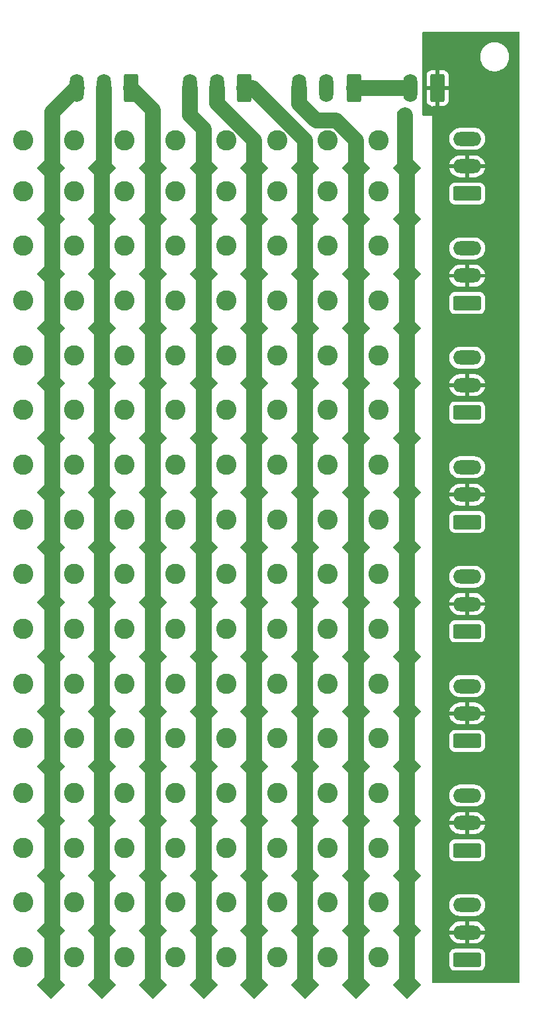
<source format=gbr>
%TF.GenerationSoftware,KiCad,Pcbnew,8.0.8*%
%TF.CreationDate,2025-02-01T21:35:17+01:00*%
%TF.ProjectId,pointMatrix,706f696e-744d-4617-9472-69782e6b6963,rev?*%
%TF.SameCoordinates,Original*%
%TF.FileFunction,Copper,L2,Bot*%
%TF.FilePolarity,Positive*%
%FSLAX46Y46*%
G04 Gerber Fmt 4.6, Leading zero omitted, Abs format (unit mm)*
G04 Created by KiCad (PCBNEW 8.0.8) date 2025-02-01 21:35:17*
%MOMM*%
%LPD*%
G01*
G04 APERTURE LIST*
G04 Aperture macros list*
%AMRoundRect*
0 Rectangle with rounded corners*
0 $1 Rounding radius*
0 $2 $3 $4 $5 $6 $7 $8 $9 X,Y pos of 4 corners*
0 Add a 4 corners polygon primitive as box body*
4,1,4,$2,$3,$4,$5,$6,$7,$8,$9,$2,$3,0*
0 Add four circle primitives for the rounded corners*
1,1,$1+$1,$2,$3*
1,1,$1+$1,$4,$5*
1,1,$1+$1,$6,$7*
1,1,$1+$1,$8,$9*
0 Add four rect primitives between the rounded corners*
20,1,$1+$1,$2,$3,$4,$5,0*
20,1,$1+$1,$4,$5,$6,$7,0*
20,1,$1+$1,$6,$7,$8,$9,0*
20,1,$1+$1,$8,$9,$2,$3,0*%
%AMHorizOval*
0 Thick line with rounded ends*
0 $1 width*
0 $2 $3 position (X,Y) of the first rounded end (center of the circle)*
0 $4 $5 position (X,Y) of the second rounded end (center of the circle)*
0 Add line between two ends*
20,1,$1,$2,$3,$4,$5,0*
0 Add two circle primitives to create the rounded ends*
1,1,$1,$2,$3*
1,1,$1,$4,$5*%
%AMRotRect*
0 Rectangle, with rotation*
0 The origin of the aperture is its center*
0 $1 length*
0 $2 width*
0 $3 Rotation angle, in degrees counterclockwise*
0 Add horizontal line*
21,1,$1,$2,0,0,$3*%
G04 Aperture macros list end*
%TA.AperFunction,ComponentPad*%
%ADD10RotRect,2.600000X2.600000X135.000000*%
%TD*%
%TA.AperFunction,ComponentPad*%
%ADD11HorizOval,2.600000X0.000000X0.000000X0.000000X0.000000X0*%
%TD*%
%TA.AperFunction,ComponentPad*%
%ADD12RoundRect,0.250000X1.550000X-0.650000X1.550000X0.650000X-1.550000X0.650000X-1.550000X-0.650000X0*%
%TD*%
%TA.AperFunction,ComponentPad*%
%ADD13O,3.600000X1.800000*%
%TD*%
%TA.AperFunction,ComponentPad*%
%ADD14RoundRect,0.250000X0.650000X1.550000X-0.650000X1.550000X-0.650000X-1.550000X0.650000X-1.550000X0*%
%TD*%
%TA.AperFunction,ComponentPad*%
%ADD15O,1.800000X3.600000*%
%TD*%
%TA.AperFunction,ViaPad*%
%ADD16C,0.500000*%
%TD*%
%TA.AperFunction,Conductor*%
%ADD17C,2.000000*%
%TD*%
%TA.AperFunction,Conductor*%
%ADD18C,1.000000*%
%TD*%
G04 APERTURE END LIST*
D10*
%TO.P,D2504,1,K*%
%TO.N,/Matrix/COL4*%
X96259206Y-75759206D03*
D11*
%TO.P,D2504,2,A*%
%TO.N,/Matrix/8.A*%
X92667104Y-72167104D03*
%TD*%
D10*
%TO.P,D2207,1,K*%
%TO.N,/Matrix/COL7*%
X115759206Y-96759206D03*
D11*
%TO.P,D2207,2,A*%
%TO.N,/Matrix/6.B*%
X112167104Y-93167104D03*
%TD*%
D10*
%TO.P,D1904,1,K*%
%TO.N,/Matrix/COL4*%
X96259206Y-117759206D03*
D11*
%TO.P,D1904,2,A*%
%TO.N,/Matrix/5.A*%
X92667104Y-114167104D03*
%TD*%
D10*
%TO.P,D1907,1,K*%
%TO.N,/Matrix/COL7*%
X115759206Y-117759206D03*
D11*
%TO.P,D1907,2,A*%
%TO.N,/Matrix/5.A*%
X112167104Y-114167104D03*
%TD*%
D10*
%TO.P,D1701,1,K*%
%TO.N,/Matrix/COL1*%
X76759206Y-131759206D03*
D11*
%TO.P,D1701,2,A*%
%TO.N,/Matrix/4.A*%
X73167104Y-128167104D03*
%TD*%
D10*
%TO.P,D2402,1,K*%
%TO.N,/Matrix/COL2*%
X83259206Y-82759206D03*
D11*
%TO.P,D2402,2,A*%
%TO.N,/Matrix/7.B*%
X79667104Y-79167104D03*
%TD*%
D10*
%TO.P,D1702,1,K*%
%TO.N,/Matrix/COL2*%
X83259206Y-131759206D03*
D11*
%TO.P,D1702,2,A*%
%TO.N,/Matrix/4.A*%
X79667104Y-128167104D03*
%TD*%
D10*
%TO.P,D1404,1,K*%
%TO.N,/Matrix/COL4*%
X96259206Y-152759206D03*
D11*
%TO.P,D1404,2,A*%
%TO.N,/Matrix/2.B*%
X92667104Y-149167104D03*
%TD*%
D10*
%TO.P,D2005,1,K*%
%TO.N,/Matrix/COL5*%
X102759206Y-110759206D03*
D11*
%TO.P,D2005,2,A*%
%TO.N,/Matrix/5.B*%
X99167104Y-107167104D03*
%TD*%
D10*
%TO.P,D1308,1,K*%
%TO.N,/Matrix/COL8*%
X122259206Y-159759206D03*
D11*
%TO.P,D1308,2,A*%
%TO.N,/Matrix/2.A*%
X118667104Y-156167104D03*
%TD*%
D10*
%TO.P,D1707,1,K*%
%TO.N,/Matrix/COL7*%
X115759206Y-131759206D03*
D11*
%TO.P,D1707,2,A*%
%TO.N,/Matrix/4.A*%
X112167104Y-128167104D03*
%TD*%
D10*
%TO.P,D2103,1,K*%
%TO.N,/Matrix/COL3*%
X89759206Y-103759206D03*
D11*
%TO.P,D2103,2,A*%
%TO.N,/Matrix/6.A*%
X86167104Y-100167104D03*
%TD*%
D10*
%TO.P,D2003,1,K*%
%TO.N,/Matrix/COL3*%
X89759206Y-110759206D03*
D11*
%TO.P,D2003,2,A*%
%TO.N,/Matrix/5.B*%
X86167104Y-107167104D03*
%TD*%
D10*
%TO.P,D1303,1,K*%
%TO.N,/Matrix/COL3*%
X89759206Y-159759206D03*
D11*
%TO.P,D1303,2,A*%
%TO.N,/Matrix/2.A*%
X86167104Y-156167104D03*
%TD*%
D10*
%TO.P,D2008,1,K*%
%TO.N,/Matrix/COL8*%
X122259206Y-110759206D03*
D11*
%TO.P,D2008,2,A*%
%TO.N,/Matrix/5.B*%
X118667104Y-107167104D03*
%TD*%
D10*
%TO.P,D1706,1,K*%
%TO.N,/Matrix/COL6*%
X109259206Y-131759206D03*
D11*
%TO.P,D1706,2,A*%
%TO.N,/Matrix/4.A*%
X105667104Y-128167104D03*
%TD*%
D10*
%TO.P,D1806,1,K*%
%TO.N,/Matrix/COL6*%
X109259206Y-124759206D03*
D11*
%TO.P,D1806,2,A*%
%TO.N,/Matrix/4.B*%
X105667104Y-121167104D03*
%TD*%
D10*
%TO.P,D1304,1,K*%
%TO.N,/Matrix/COL4*%
X96259206Y-159759206D03*
D11*
%TO.P,D1304,2,A*%
%TO.N,/Matrix/2.A*%
X92667104Y-156167104D03*
%TD*%
D10*
%TO.P,D2301,1,K*%
%TO.N,/Matrix/COL1*%
X76759206Y-89759206D03*
D11*
%TO.P,D2301,2,A*%
%TO.N,/Matrix/7.A*%
X73167104Y-86167104D03*
%TD*%
D10*
%TO.P,D1807,1,K*%
%TO.N,/Matrix/COL7*%
X115759206Y-124759206D03*
D11*
%TO.P,D1807,2,A*%
%TO.N,/Matrix/4.B*%
X112167104Y-121167104D03*
%TD*%
D12*
%TO.P,J801,1,Pin_1*%
%TO.N,/Matrix/7.A*%
X130000000Y-86500000D03*
D13*
%TO.P,J801,2,Pin_2*%
%TO.N,VCC*%
X130000000Y-83000000D03*
%TO.P,J801,3,Pin_3*%
%TO.N,/Matrix/7.B*%
X130000000Y-79500000D03*
%TD*%
D10*
%TO.P,D2303,1,K*%
%TO.N,/Matrix/COL3*%
X89759206Y-89759206D03*
D11*
%TO.P,D2303,2,A*%
%TO.N,/Matrix/7.A*%
X86167104Y-86167104D03*
%TD*%
D10*
%TO.P,D1101,1,K*%
%TO.N,/Matrix/COL1*%
X76759206Y-173759206D03*
D11*
%TO.P,D1101,2,A*%
%TO.N,/Matrix/1.A*%
X73167104Y-170167104D03*
%TD*%
D10*
%TO.P,D2604,1,K*%
%TO.N,/Matrix/COL4*%
X96259206Y-69259206D03*
D11*
%TO.P,D2604,2,A*%
%TO.N,/Matrix/8.B*%
X92667104Y-65667104D03*
%TD*%
D10*
%TO.P,D1902,1,K*%
%TO.N,/Matrix/COL2*%
X83259206Y-117759206D03*
D11*
%TO.P,D1902,2,A*%
%TO.N,/Matrix/5.A*%
X79667104Y-114167104D03*
%TD*%
D10*
%TO.P,D1305,1,K*%
%TO.N,/Matrix/COL5*%
X102759206Y-159759206D03*
D11*
%TO.P,D1305,2,A*%
%TO.N,/Matrix/2.A*%
X99167104Y-156167104D03*
%TD*%
D10*
%TO.P,D1207,1,K*%
%TO.N,/Matrix/COL7*%
X115759206Y-166759206D03*
D11*
%TO.P,D1207,2,A*%
%TO.N,/Matrix/1.B*%
X112167104Y-163167104D03*
%TD*%
D10*
%TO.P,D1608,1,K*%
%TO.N,/Matrix/COL8*%
X122259206Y-138759206D03*
D11*
%TO.P,D1608,2,A*%
%TO.N,/Matrix/3.B*%
X118667104Y-135167104D03*
%TD*%
D10*
%TO.P,D2403,1,K*%
%TO.N,/Matrix/COL3*%
X89759206Y-82759206D03*
D11*
%TO.P,D2403,2,A*%
%TO.N,/Matrix/7.B*%
X86167104Y-79167104D03*
%TD*%
D10*
%TO.P,D1705,1,K*%
%TO.N,/Matrix/COL5*%
X102759206Y-131759206D03*
D11*
%TO.P,D1705,2,A*%
%TO.N,/Matrix/4.A*%
X99167104Y-128167104D03*
%TD*%
D10*
%TO.P,D1105,1,K*%
%TO.N,/Matrix/COL5*%
X102759206Y-173759206D03*
D11*
%TO.P,D1105,2,A*%
%TO.N,/Matrix/1.A*%
X99167104Y-170167104D03*
%TD*%
D10*
%TO.P,D2204,1,K*%
%TO.N,/Matrix/COL4*%
X96259206Y-96759206D03*
D11*
%TO.P,D2204,2,A*%
%TO.N,/Matrix/6.B*%
X92667104Y-93167104D03*
%TD*%
D10*
%TO.P,D1802,1,K*%
%TO.N,/Matrix/COL2*%
X83259206Y-124759206D03*
D11*
%TO.P,D1802,2,A*%
%TO.N,/Matrix/4.B*%
X79667104Y-121167104D03*
%TD*%
D10*
%TO.P,D2601,1,K*%
%TO.N,/Matrix/COL1*%
X76759206Y-69259206D03*
D11*
%TO.P,D2601,2,A*%
%TO.N,/Matrix/8.B*%
X73167104Y-65667104D03*
%TD*%
D10*
%TO.P,D1301,1,K*%
%TO.N,/Matrix/COL1*%
X76759206Y-159759206D03*
D11*
%TO.P,D1301,2,A*%
%TO.N,/Matrix/2.A*%
X73167104Y-156167104D03*
%TD*%
D10*
%TO.P,D2608,1,K*%
%TO.N,/Matrix/COL8*%
X122259206Y-69259206D03*
D11*
%TO.P,D2608,2,A*%
%TO.N,/Matrix/8.B*%
X118667104Y-65667104D03*
%TD*%
D10*
%TO.P,D1808,1,K*%
%TO.N,/Matrix/COL8*%
X122259206Y-124759206D03*
D11*
%TO.P,D1808,2,A*%
%TO.N,/Matrix/4.B*%
X118667104Y-121167104D03*
%TD*%
D10*
%TO.P,D1601,1,K*%
%TO.N,/Matrix/COL1*%
X76759206Y-138759206D03*
D11*
%TO.P,D1601,2,A*%
%TO.N,/Matrix/3.B*%
X73167104Y-135167104D03*
%TD*%
D10*
%TO.P,D1903,1,K*%
%TO.N,/Matrix/COL3*%
X89759206Y-117759206D03*
D11*
%TO.P,D1903,2,A*%
%TO.N,/Matrix/5.A*%
X86167104Y-114167104D03*
%TD*%
D10*
%TO.P,D2307,1,K*%
%TO.N,/Matrix/COL7*%
X115759206Y-89759206D03*
D11*
%TO.P,D2307,2,A*%
%TO.N,/Matrix/7.A*%
X112167104Y-86167104D03*
%TD*%
D10*
%TO.P,D1401,1,K*%
%TO.N,/Matrix/COL1*%
X76759206Y-152759206D03*
D11*
%TO.P,D1401,2,A*%
%TO.N,/Matrix/2.B*%
X73167104Y-149167104D03*
%TD*%
D10*
%TO.P,D1803,1,K*%
%TO.N,/Matrix/COL3*%
X89759206Y-124759206D03*
D11*
%TO.P,D1803,2,A*%
%TO.N,/Matrix/4.B*%
X86167104Y-121167104D03*
%TD*%
D10*
%TO.P,D2507,1,K*%
%TO.N,/Matrix/COL7*%
X115759206Y-75759206D03*
D11*
%TO.P,D2507,2,A*%
%TO.N,/Matrix/8.A*%
X112167104Y-72167104D03*
%TD*%
D10*
%TO.P,D1603,1,K*%
%TO.N,/Matrix/COL3*%
X89759206Y-138759206D03*
D11*
%TO.P,D1603,2,A*%
%TO.N,/Matrix/3.B*%
X86167104Y-135167104D03*
%TD*%
D12*
%TO.P,J501,1,Pin_1*%
%TO.N,/Matrix/4.A*%
X130000000Y-128500000D03*
D13*
%TO.P,J501,2,Pin_2*%
%TO.N,VCC*%
X130000000Y-125000000D03*
%TO.P,J501,3,Pin_3*%
%TO.N,/Matrix/4.B*%
X130000000Y-121500000D03*
%TD*%
D10*
%TO.P,D2503,1,K*%
%TO.N,/Matrix/COL3*%
X89759206Y-75759206D03*
D11*
%TO.P,D2503,2,A*%
%TO.N,/Matrix/8.A*%
X86167104Y-72167104D03*
%TD*%
D12*
%TO.P,J901,1,Pin_1*%
%TO.N,/Matrix/8.A*%
X130000000Y-72500000D03*
D13*
%TO.P,J901,2,Pin_2*%
%TO.N,VCC*%
X130000000Y-69000000D03*
%TO.P,J901,3,Pin_3*%
%TO.N,/Matrix/8.B*%
X130000000Y-65500000D03*
%TD*%
D10*
%TO.P,D1202,1,K*%
%TO.N,/Matrix/COL2*%
X83259206Y-166759206D03*
D11*
%TO.P,D1202,2,A*%
%TO.N,/Matrix/1.B*%
X79667104Y-163167104D03*
%TD*%
D10*
%TO.P,D2406,1,K*%
%TO.N,/Matrix/COL6*%
X109259206Y-82759206D03*
D11*
%TO.P,D2406,2,A*%
%TO.N,/Matrix/7.B*%
X105667104Y-79167104D03*
%TD*%
D10*
%TO.P,D2102,1,K*%
%TO.N,/Matrix/COL2*%
X83259206Y-103759206D03*
D11*
%TO.P,D2102,2,A*%
%TO.N,/Matrix/6.A*%
X79667104Y-100167104D03*
%TD*%
D10*
%TO.P,D1104,1,K*%
%TO.N,/Matrix/COL4*%
X96259206Y-173759206D03*
D11*
%TO.P,D1104,2,A*%
%TO.N,/Matrix/1.A*%
X92667104Y-170167104D03*
%TD*%
D10*
%TO.P,D1103,1,K*%
%TO.N,/Matrix/COL3*%
X89759206Y-173759206D03*
D11*
%TO.P,D1103,2,A*%
%TO.N,/Matrix/1.A*%
X86167104Y-170167104D03*
%TD*%
D10*
%TO.P,D2104,1,K*%
%TO.N,/Matrix/COL4*%
X96259206Y-103759206D03*
D11*
%TO.P,D2104,2,A*%
%TO.N,/Matrix/6.A*%
X92667104Y-100167104D03*
%TD*%
D10*
%TO.P,D1203,1,K*%
%TO.N,/Matrix/COL3*%
X89759206Y-166759206D03*
D11*
%TO.P,D1203,2,A*%
%TO.N,/Matrix/1.B*%
X86167104Y-163167104D03*
%TD*%
D10*
%TO.P,D2107,1,K*%
%TO.N,/Matrix/COL7*%
X115759206Y-103759206D03*
D11*
%TO.P,D2107,2,A*%
%TO.N,/Matrix/6.A*%
X112167104Y-100167104D03*
%TD*%
D10*
%TO.P,D2101,1,K*%
%TO.N,/Matrix/COL1*%
X76759206Y-103759206D03*
D11*
%TO.P,D2101,2,A*%
%TO.N,/Matrix/6.A*%
X73167104Y-100167104D03*
%TD*%
D10*
%TO.P,D2205,1,K*%
%TO.N,/Matrix/COL5*%
X102759206Y-96759206D03*
D11*
%TO.P,D2205,2,A*%
%TO.N,/Matrix/6.B*%
X99167104Y-93167104D03*
%TD*%
D12*
%TO.P,J201,1,Pin_1*%
%TO.N,/Matrix/1.A*%
X130000000Y-170500000D03*
D13*
%TO.P,J201,2,Pin_2*%
%TO.N,VCC*%
X130000000Y-167000000D03*
%TO.P,J201,3,Pin_3*%
%TO.N,/Matrix/1.B*%
X130000000Y-163500000D03*
%TD*%
D10*
%TO.P,D2602,1,K*%
%TO.N,/Matrix/COL2*%
X83259206Y-69259206D03*
D11*
%TO.P,D2602,2,A*%
%TO.N,/Matrix/8.B*%
X79667104Y-65667104D03*
%TD*%
D10*
%TO.P,D2202,1,K*%
%TO.N,/Matrix/COL2*%
X83259206Y-96759206D03*
D11*
%TO.P,D2202,2,A*%
%TO.N,/Matrix/6.B*%
X79667104Y-93167104D03*
%TD*%
D10*
%TO.P,D1501,1,K*%
%TO.N,/Matrix/COL1*%
X76759206Y-145759206D03*
D11*
%TO.P,D1501,2,A*%
%TO.N,/Matrix/3.A*%
X73167104Y-142167104D03*
%TD*%
D10*
%TO.P,D2405,1,K*%
%TO.N,/Matrix/COL5*%
X102759206Y-82759206D03*
D11*
%TO.P,D2405,2,A*%
%TO.N,/Matrix/7.B*%
X99167104Y-79167104D03*
%TD*%
D10*
%TO.P,D1908,1,K*%
%TO.N,/Matrix/COL8*%
X122259206Y-117759206D03*
D11*
%TO.P,D1908,2,A*%
%TO.N,/Matrix/5.A*%
X118667104Y-114167104D03*
%TD*%
D10*
%TO.P,D1108,1,K*%
%TO.N,/Matrix/COL8*%
X122259206Y-173759206D03*
D11*
%TO.P,D1108,2,A*%
%TO.N,/Matrix/1.A*%
X118667104Y-170167104D03*
%TD*%
D10*
%TO.P,D1605,1,K*%
%TO.N,/Matrix/COL5*%
X102759206Y-138759206D03*
D11*
%TO.P,D1605,2,A*%
%TO.N,/Matrix/3.B*%
X99167104Y-135167104D03*
%TD*%
D10*
%TO.P,D2501,1,K*%
%TO.N,/Matrix/COL1*%
X76759206Y-75759206D03*
D11*
%TO.P,D2501,2,A*%
%TO.N,/Matrix/8.A*%
X73167104Y-72167104D03*
%TD*%
D10*
%TO.P,D1102,1,K*%
%TO.N,/Matrix/COL2*%
X83259206Y-173759206D03*
D11*
%TO.P,D1102,2,A*%
%TO.N,/Matrix/1.A*%
X79667104Y-170167104D03*
%TD*%
D10*
%TO.P,D1504,1,K*%
%TO.N,/Matrix/COL4*%
X96259206Y-145759206D03*
D11*
%TO.P,D1504,2,A*%
%TO.N,/Matrix/3.A*%
X92667104Y-142167104D03*
%TD*%
D10*
%TO.P,D1901,1,K*%
%TO.N,/Matrix/COL1*%
X76759206Y-117759206D03*
D11*
%TO.P,D1901,2,A*%
%TO.N,/Matrix/5.A*%
X73167104Y-114167104D03*
%TD*%
D10*
%TO.P,D2603,1,K*%
%TO.N,/Matrix/COL3*%
X89759206Y-69259206D03*
D11*
%TO.P,D2603,2,A*%
%TO.N,/Matrix/8.B*%
X86167104Y-65667104D03*
%TD*%
D10*
%TO.P,D1307,1,K*%
%TO.N,/Matrix/COL7*%
X115759206Y-159759206D03*
D11*
%TO.P,D1307,2,A*%
%TO.N,/Matrix/2.A*%
X112167104Y-156167104D03*
%TD*%
D10*
%TO.P,D1703,1,K*%
%TO.N,/Matrix/COL3*%
X89759206Y-131759206D03*
D11*
%TO.P,D1703,2,A*%
%TO.N,/Matrix/4.A*%
X86167104Y-128167104D03*
%TD*%
D10*
%TO.P,D1406,1,K*%
%TO.N,/Matrix/COL6*%
X109259206Y-152759206D03*
D11*
%TO.P,D1406,2,A*%
%TO.N,/Matrix/2.B*%
X105667104Y-149167104D03*
%TD*%
D10*
%TO.P,D2606,1,K*%
%TO.N,/Matrix/COL6*%
X109259206Y-69259206D03*
D11*
%TO.P,D2606,2,A*%
%TO.N,/Matrix/8.B*%
X105667104Y-65667104D03*
%TD*%
D10*
%TO.P,D1205,1,K*%
%TO.N,/Matrix/COL5*%
X102759206Y-166759206D03*
D11*
%TO.P,D1205,2,A*%
%TO.N,/Matrix/1.B*%
X99167104Y-163167104D03*
%TD*%
D10*
%TO.P,D1602,1,K*%
%TO.N,/Matrix/COL2*%
X83259206Y-138759206D03*
D11*
%TO.P,D1602,2,A*%
%TO.N,/Matrix/3.B*%
X79667104Y-135167104D03*
%TD*%
D10*
%TO.P,D1604,1,K*%
%TO.N,/Matrix/COL4*%
X96259206Y-138759206D03*
D11*
%TO.P,D1604,2,A*%
%TO.N,/Matrix/3.B*%
X92667104Y-135167104D03*
%TD*%
D10*
%TO.P,D2305,1,K*%
%TO.N,/Matrix/COL5*%
X102759206Y-89759206D03*
D11*
%TO.P,D2305,2,A*%
%TO.N,/Matrix/7.A*%
X99167104Y-86167104D03*
%TD*%
D12*
%TO.P,J401,1,Pin_1*%
%TO.N,/Matrix/3.A*%
X130000000Y-142500000D03*
D13*
%TO.P,J401,2,Pin_2*%
%TO.N,VCC*%
X130000000Y-139000000D03*
%TO.P,J401,3,Pin_3*%
%TO.N,/Matrix/3.B*%
X130000000Y-135500000D03*
%TD*%
D10*
%TO.P,D1408,1,K*%
%TO.N,/Matrix/COL8*%
X122259206Y-152759206D03*
D11*
%TO.P,D1408,2,A*%
%TO.N,/Matrix/2.B*%
X118667104Y-149167104D03*
%TD*%
D10*
%TO.P,D2401,1,K*%
%TO.N,/Matrix/COL1*%
X76759206Y-82759206D03*
D11*
%TO.P,D2401,2,A*%
%TO.N,/Matrix/7.B*%
X73167104Y-79167104D03*
%TD*%
D10*
%TO.P,D1204,1,K*%
%TO.N,/Matrix/COL4*%
X96259206Y-166759206D03*
D11*
%TO.P,D1204,2,A*%
%TO.N,/Matrix/1.B*%
X92667104Y-163167104D03*
%TD*%
D10*
%TO.P,D2306,1,K*%
%TO.N,/Matrix/COL6*%
X109259206Y-89759206D03*
D11*
%TO.P,D2306,2,A*%
%TO.N,/Matrix/7.A*%
X105667104Y-86167104D03*
%TD*%
D10*
%TO.P,D1704,1,K*%
%TO.N,/Matrix/COL4*%
X96259206Y-131759206D03*
D11*
%TO.P,D1704,2,A*%
%TO.N,/Matrix/4.A*%
X92667104Y-128167104D03*
%TD*%
D10*
%TO.P,D2106,1,K*%
%TO.N,/Matrix/COL6*%
X109259206Y-103759206D03*
D11*
%TO.P,D2106,2,A*%
%TO.N,/Matrix/6.A*%
X105667104Y-100167104D03*
%TD*%
D10*
%TO.P,D2001,1,K*%
%TO.N,/Matrix/COL1*%
X76759206Y-110759206D03*
D11*
%TO.P,D2001,2,A*%
%TO.N,/Matrix/5.B*%
X73167104Y-107167104D03*
%TD*%
D10*
%TO.P,D1405,1,K*%
%TO.N,/Matrix/COL5*%
X102759206Y-152759206D03*
D11*
%TO.P,D1405,2,A*%
%TO.N,/Matrix/2.B*%
X99167104Y-149167104D03*
%TD*%
D10*
%TO.P,D2304,1,K*%
%TO.N,/Matrix/COL4*%
X96259206Y-89759206D03*
D11*
%TO.P,D2304,2,A*%
%TO.N,/Matrix/7.A*%
X92667104Y-86167104D03*
%TD*%
D10*
%TO.P,D1508,1,K*%
%TO.N,/Matrix/COL8*%
X122259206Y-145759206D03*
D11*
%TO.P,D1508,2,A*%
%TO.N,/Matrix/3.A*%
X118667104Y-142167104D03*
%TD*%
D12*
%TO.P,J601,1,Pin_1*%
%TO.N,/Matrix/5.A*%
X130000000Y-114500000D03*
D13*
%TO.P,J601,2,Pin_2*%
%TO.N,VCC*%
X130000000Y-111000000D03*
%TO.P,J601,3,Pin_3*%
%TO.N,/Matrix/5.B*%
X130000000Y-107500000D03*
%TD*%
D10*
%TO.P,D2408,1,K*%
%TO.N,/Matrix/COL8*%
X122259206Y-82759206D03*
D11*
%TO.P,D2408,2,A*%
%TO.N,/Matrix/7.B*%
X118667104Y-79167104D03*
%TD*%
D10*
%TO.P,D1607,1,K*%
%TO.N,/Matrix/COL7*%
X115759206Y-138759206D03*
D11*
%TO.P,D1607,2,A*%
%TO.N,/Matrix/3.B*%
X112167104Y-135167104D03*
%TD*%
D10*
%TO.P,D2201,1,K*%
%TO.N,/Matrix/COL1*%
X76759206Y-96759206D03*
D11*
%TO.P,D2201,2,A*%
%TO.N,/Matrix/6.B*%
X73167104Y-93167104D03*
%TD*%
D10*
%TO.P,D2208,1,K*%
%TO.N,/Matrix/COL8*%
X122259206Y-96759206D03*
D11*
%TO.P,D2208,2,A*%
%TO.N,/Matrix/6.B*%
X118667104Y-93167104D03*
%TD*%
D10*
%TO.P,D2506,1,K*%
%TO.N,/Matrix/COL6*%
X109259206Y-75759206D03*
D11*
%TO.P,D2506,2,A*%
%TO.N,/Matrix/8.A*%
X105667104Y-72167104D03*
%TD*%
D10*
%TO.P,D2302,1,K*%
%TO.N,/Matrix/COL2*%
X83259206Y-89759206D03*
D11*
%TO.P,D2302,2,A*%
%TO.N,/Matrix/7.A*%
X79667104Y-86167104D03*
%TD*%
D10*
%TO.P,D1905,1,K*%
%TO.N,/Matrix/COL5*%
X102759206Y-117759206D03*
D11*
%TO.P,D1905,2,A*%
%TO.N,/Matrix/5.A*%
X99167104Y-114167104D03*
%TD*%
D10*
%TO.P,D1505,1,K*%
%TO.N,/Matrix/COL5*%
X102759206Y-145759206D03*
D11*
%TO.P,D1505,2,A*%
%TO.N,/Matrix/3.A*%
X99167104Y-142167104D03*
%TD*%
D14*
%TO.P,J2803,1,Pin_1*%
%TO.N,GND*%
X115500000Y-59000000D03*
D15*
%TO.P,J2803,2,Pin_2*%
%TO.N,/Matrix/COL8*%
X112000000Y-59000000D03*
%TO.P,J2803,3,Pin_3*%
%TO.N,/Matrix/COL7*%
X108500000Y-59000000D03*
%TD*%
D10*
%TO.P,D1506,1,K*%
%TO.N,/Matrix/COL6*%
X109259206Y-145759206D03*
D11*
%TO.P,D1506,2,A*%
%TO.N,/Matrix/3.A*%
X105667104Y-142167104D03*
%TD*%
D10*
%TO.P,D2108,1,K*%
%TO.N,/Matrix/COL8*%
X122259206Y-103759206D03*
D11*
%TO.P,D2108,2,A*%
%TO.N,/Matrix/6.A*%
X118667104Y-100167104D03*
%TD*%
D10*
%TO.P,D1801,1,K*%
%TO.N,/Matrix/COL1*%
X76759206Y-124759206D03*
D11*
%TO.P,D1801,2,A*%
%TO.N,/Matrix/4.B*%
X73167104Y-121167104D03*
%TD*%
D10*
%TO.P,D1201,1,K*%
%TO.N,/Matrix/COL1*%
X76759206Y-166759206D03*
D11*
%TO.P,D1201,2,A*%
%TO.N,/Matrix/1.B*%
X73167104Y-163167104D03*
%TD*%
D10*
%TO.P,D2105,1,K*%
%TO.N,/Matrix/COL5*%
X102759206Y-103759206D03*
D11*
%TO.P,D2105,2,A*%
%TO.N,/Matrix/6.A*%
X99167104Y-100167104D03*
%TD*%
D10*
%TO.P,D2502,1,K*%
%TO.N,/Matrix/COL2*%
X83259206Y-75759206D03*
D11*
%TO.P,D2502,2,A*%
%TO.N,/Matrix/8.A*%
X79667104Y-72167104D03*
%TD*%
D14*
%TO.P,J2802,1,Pin_1*%
%TO.N,/Matrix/COL6*%
X101500000Y-59000000D03*
D15*
%TO.P,J2802,2,Pin_2*%
%TO.N,/Matrix/COL5*%
X98000000Y-59000000D03*
%TO.P,J2802,3,Pin_3*%
%TO.N,/Matrix/COL4*%
X94500000Y-59000000D03*
%TD*%
D10*
%TO.P,D1906,1,K*%
%TO.N,/Matrix/COL6*%
X109259206Y-117759206D03*
D11*
%TO.P,D1906,2,A*%
%TO.N,/Matrix/5.A*%
X105667104Y-114167104D03*
%TD*%
D10*
%TO.P,D2404,1,K*%
%TO.N,/Matrix/COL4*%
X96259206Y-82759206D03*
D11*
%TO.P,D2404,2,A*%
%TO.N,/Matrix/7.B*%
X92667104Y-79167104D03*
%TD*%
D10*
%TO.P,D1107,1,K*%
%TO.N,/Matrix/COL7*%
X115759206Y-173759206D03*
D11*
%TO.P,D1107,2,A*%
%TO.N,/Matrix/1.A*%
X112167104Y-170167104D03*
%TD*%
D10*
%TO.P,D1804,1,K*%
%TO.N,/Matrix/COL4*%
X96259206Y-124759206D03*
D11*
%TO.P,D1804,2,A*%
%TO.N,/Matrix/4.B*%
X92667104Y-121167104D03*
%TD*%
D10*
%TO.P,D1407,1,K*%
%TO.N,/Matrix/COL7*%
X115759206Y-152759206D03*
D11*
%TO.P,D1407,2,A*%
%TO.N,/Matrix/2.B*%
X112167104Y-149167104D03*
%TD*%
D10*
%TO.P,D1402,1,K*%
%TO.N,/Matrix/COL2*%
X83259206Y-152759206D03*
D11*
%TO.P,D1402,2,A*%
%TO.N,/Matrix/2.B*%
X79667104Y-149167104D03*
%TD*%
D10*
%TO.P,D1208,1,K*%
%TO.N,/Matrix/COL8*%
X122259206Y-166759206D03*
D11*
%TO.P,D1208,2,A*%
%TO.N,/Matrix/1.B*%
X118667104Y-163167104D03*
%TD*%
D12*
%TO.P,J701,1,Pin_1*%
%TO.N,/Matrix/6.A*%
X130000000Y-100500000D03*
D13*
%TO.P,J701,2,Pin_2*%
%TO.N,VCC*%
X130000000Y-97000000D03*
%TO.P,J701,3,Pin_3*%
%TO.N,/Matrix/6.B*%
X130000000Y-93500000D03*
%TD*%
D10*
%TO.P,D2505,1,K*%
%TO.N,/Matrix/COL5*%
X102759206Y-75759206D03*
D11*
%TO.P,D2505,2,A*%
%TO.N,/Matrix/8.A*%
X99167104Y-72167104D03*
%TD*%
D10*
%TO.P,D1306,1,K*%
%TO.N,/Matrix/COL6*%
X109259206Y-159759206D03*
D11*
%TO.P,D1306,2,A*%
%TO.N,/Matrix/2.A*%
X105667104Y-156167104D03*
%TD*%
D10*
%TO.P,D2006,1,K*%
%TO.N,/Matrix/COL6*%
X109259206Y-110759206D03*
D11*
%TO.P,D2006,2,A*%
%TO.N,/Matrix/5.B*%
X105667104Y-107167104D03*
%TD*%
D12*
%TO.P,J301,1,Pin_1*%
%TO.N,/Matrix/2.A*%
X130000000Y-156500000D03*
D13*
%TO.P,J301,2,Pin_2*%
%TO.N,VCC*%
X130000000Y-153000000D03*
%TO.P,J301,3,Pin_3*%
%TO.N,/Matrix/2.B*%
X130000000Y-149500000D03*
%TD*%
D10*
%TO.P,D1502,1,K*%
%TO.N,/Matrix/COL2*%
X83259206Y-145759206D03*
D11*
%TO.P,D1502,2,A*%
%TO.N,/Matrix/3.A*%
X79667104Y-142167104D03*
%TD*%
D10*
%TO.P,D1403,1,K*%
%TO.N,/Matrix/COL3*%
X89759206Y-152759206D03*
D11*
%TO.P,D1403,2,A*%
%TO.N,/Matrix/2.B*%
X86167104Y-149167104D03*
%TD*%
D10*
%TO.P,D2508,1,K*%
%TO.N,/Matrix/COL8*%
X122259206Y-75759206D03*
D11*
%TO.P,D2508,2,A*%
%TO.N,/Matrix/8.A*%
X118667104Y-72167104D03*
%TD*%
D10*
%TO.P,D2206,1,K*%
%TO.N,/Matrix/COL6*%
X109259206Y-96759206D03*
D11*
%TO.P,D2206,2,A*%
%TO.N,/Matrix/6.B*%
X105667104Y-93167104D03*
%TD*%
D10*
%TO.P,D1503,1,K*%
%TO.N,/Matrix/COL3*%
X89759206Y-145759206D03*
D11*
%TO.P,D1503,2,A*%
%TO.N,/Matrix/3.A*%
X86167104Y-142167104D03*
%TD*%
D10*
%TO.P,D1106,1,K*%
%TO.N,/Matrix/COL6*%
X109259206Y-173759206D03*
D11*
%TO.P,D1106,2,A*%
%TO.N,/Matrix/1.A*%
X105667104Y-170167104D03*
%TD*%
D10*
%TO.P,D2407,1,K*%
%TO.N,/Matrix/COL7*%
X115759206Y-82759206D03*
D11*
%TO.P,D2407,2,A*%
%TO.N,/Matrix/7.B*%
X112167104Y-79167104D03*
%TD*%
D10*
%TO.P,D1708,1,K*%
%TO.N,/Matrix/COL8*%
X122259206Y-131759206D03*
D11*
%TO.P,D1708,2,A*%
%TO.N,/Matrix/4.A*%
X118667104Y-128167104D03*
%TD*%
D10*
%TO.P,D1507,1,K*%
%TO.N,/Matrix/COL7*%
X115759206Y-145759206D03*
D11*
%TO.P,D1507,2,A*%
%TO.N,/Matrix/3.A*%
X112167104Y-142167104D03*
%TD*%
D10*
%TO.P,D1805,1,K*%
%TO.N,/Matrix/COL5*%
X102759206Y-124759206D03*
D11*
%TO.P,D1805,2,A*%
%TO.N,/Matrix/4.B*%
X99167104Y-121167104D03*
%TD*%
D10*
%TO.P,D1302,1,K*%
%TO.N,/Matrix/COL2*%
X83259206Y-159759206D03*
D11*
%TO.P,D1302,2,A*%
%TO.N,/Matrix/2.A*%
X79667104Y-156167104D03*
%TD*%
D10*
%TO.P,D2605,1,K*%
%TO.N,/Matrix/COL5*%
X102759206Y-69259206D03*
D11*
%TO.P,D2605,2,A*%
%TO.N,/Matrix/8.B*%
X99167104Y-65667104D03*
%TD*%
D10*
%TO.P,D2308,1,K*%
%TO.N,/Matrix/COL8*%
X122259206Y-89759206D03*
D11*
%TO.P,D2308,2,A*%
%TO.N,/Matrix/7.A*%
X118667104Y-86167104D03*
%TD*%
D14*
%TO.P,J2801,1,Pin_1*%
%TO.N,/Matrix/COL3*%
X87000000Y-59000000D03*
D15*
%TO.P,J2801,2,Pin_2*%
%TO.N,/Matrix/COL2*%
X83500000Y-59000000D03*
%TO.P,J2801,3,Pin_3*%
%TO.N,/Matrix/COL1*%
X80000000Y-59000000D03*
%TD*%
D10*
%TO.P,D2203,1,K*%
%TO.N,/Matrix/COL3*%
X89759206Y-96759206D03*
D11*
%TO.P,D2203,2,A*%
%TO.N,/Matrix/6.B*%
X86167104Y-93167104D03*
%TD*%
D10*
%TO.P,D1606,1,K*%
%TO.N,/Matrix/COL6*%
X109259206Y-138759206D03*
D11*
%TO.P,D1606,2,A*%
%TO.N,/Matrix/3.B*%
X105667104Y-135167104D03*
%TD*%
D14*
%TO.P,J2701,1,Pin_1*%
%TO.N,VCC*%
X126195000Y-59000000D03*
D15*
%TO.P,J2701,2,Pin_2*%
%TO.N,GND*%
X122695000Y-59000000D03*
%TD*%
D10*
%TO.P,D2007,1,K*%
%TO.N,/Matrix/COL7*%
X115759206Y-110759206D03*
D11*
%TO.P,D2007,2,A*%
%TO.N,/Matrix/5.B*%
X112167104Y-107167104D03*
%TD*%
D10*
%TO.P,D2004,1,K*%
%TO.N,/Matrix/COL4*%
X96259206Y-110759206D03*
D11*
%TO.P,D2004,2,A*%
%TO.N,/Matrix/5.B*%
X92667104Y-107167104D03*
%TD*%
D10*
%TO.P,D2607,1,K*%
%TO.N,/Matrix/COL7*%
X115759206Y-69259206D03*
D11*
%TO.P,D2607,2,A*%
%TO.N,/Matrix/8.B*%
X112167104Y-65667104D03*
%TD*%
D10*
%TO.P,D1206,1,K*%
%TO.N,/Matrix/COL6*%
X109259206Y-166759206D03*
D11*
%TO.P,D1206,2,A*%
%TO.N,/Matrix/1.B*%
X105667104Y-163167104D03*
%TD*%
D10*
%TO.P,D2002,1,K*%
%TO.N,/Matrix/COL2*%
X83259206Y-110759206D03*
D11*
%TO.P,D2002,2,A*%
%TO.N,/Matrix/5.B*%
X79667104Y-107167104D03*
%TD*%
D16*
%TO.N,/Matrix/COL8*%
X121285000Y-63119000D03*
X122301000Y-62103000D03*
X121285000Y-62103000D03*
X122301000Y-63119000D03*
X121793000Y-62611000D03*
%TD*%
D17*
%TO.N,GND*%
X122108000Y-59000000D02*
X122210000Y-59102000D01*
X115500000Y-59000000D02*
X122108000Y-59000000D01*
D18*
%TO.N,/Matrix/COL1*%
X76945000Y-69073412D02*
X76759206Y-69259206D01*
X76759206Y-69259206D02*
X76759206Y-173759206D01*
D17*
X76945000Y-173573412D02*
X76945000Y-62055000D01*
X76945000Y-62055000D02*
X80000000Y-59000000D01*
X76759206Y-173759206D02*
X76945000Y-173573412D01*
%TO.N,/Matrix/COL2*%
X83500000Y-69018412D02*
X83259206Y-69259206D01*
X83500000Y-59000000D02*
X83500000Y-69018412D01*
X83259206Y-173759206D02*
X83259206Y-69259206D01*
%TO.N,/Matrix/COL3*%
X89759206Y-69259206D02*
X89759206Y-61759206D01*
X89759206Y-69259206D02*
X89759206Y-173759206D01*
X89759206Y-61759206D02*
X87000000Y-59000000D01*
%TO.N,/Matrix/COL4*%
X94500000Y-59000000D02*
X94500000Y-62464466D01*
X96259206Y-173759206D02*
X96259206Y-69259206D01*
X96259206Y-64223672D02*
X96259206Y-69259206D01*
X94500000Y-62464466D02*
X96259206Y-64223672D01*
D18*
%TO.N,/Matrix/COL5*%
X102759206Y-66259206D02*
X102759206Y-69259206D01*
D17*
X98000000Y-59000000D02*
X98000000Y-60964466D01*
X102759206Y-65723672D02*
X102759206Y-69259206D01*
X102759206Y-69259206D02*
X102759206Y-173759206D01*
X98000000Y-60964466D02*
X102759206Y-65723672D01*
%TO.N,/Matrix/COL6*%
X102535534Y-59000000D02*
X109259206Y-65723672D01*
X109259206Y-173759206D02*
X109259206Y-69259206D01*
X109259206Y-65723672D02*
X109259206Y-69259206D01*
X101500000Y-59000000D02*
X102535534Y-59000000D01*
D18*
X109259206Y-69259206D02*
X109259206Y-66430778D01*
D17*
%TO.N,/Matrix/COL7*%
X108500000Y-61000000D02*
X110667104Y-63167104D01*
X115759206Y-69259206D02*
X115759206Y-173759206D01*
X110667104Y-63167104D02*
X113202638Y-63167104D01*
X108500000Y-59000000D02*
X108500000Y-61000000D01*
X115759206Y-65723672D02*
X115759206Y-69259206D01*
X113202638Y-63167104D02*
X115759206Y-65723672D01*
%TO.N,/Matrix/COL8*%
X122000000Y-69000000D02*
X122259206Y-69259206D01*
X122259206Y-173759206D02*
X122259206Y-69259206D01*
X122000000Y-62500000D02*
X122000000Y-69000000D01*
%TD*%
%TA.AperFunction,Conductor*%
%TO.N,VCC*%
G36*
X136642539Y-51820185D02*
G01*
X136688294Y-51872989D01*
X136699500Y-51924500D01*
X136699500Y-173376000D01*
X136679815Y-173443039D01*
X136627011Y-173488794D01*
X136575500Y-173500000D01*
X125624000Y-173500000D01*
X125556961Y-173480315D01*
X125511206Y-173427511D01*
X125500000Y-173376000D01*
X125500000Y-169799983D01*
X127699500Y-169799983D01*
X127699500Y-171200001D01*
X127699501Y-171200018D01*
X127710000Y-171302796D01*
X127710001Y-171302799D01*
X127753995Y-171435563D01*
X127765186Y-171469334D01*
X127857288Y-171618656D01*
X127981344Y-171742712D01*
X128130666Y-171834814D01*
X128297203Y-171889999D01*
X128399991Y-171900500D01*
X131600008Y-171900499D01*
X131702797Y-171889999D01*
X131869334Y-171834814D01*
X132018656Y-171742712D01*
X132142712Y-171618656D01*
X132234814Y-171469334D01*
X132289999Y-171302797D01*
X132300500Y-171200009D01*
X132300499Y-169799992D01*
X132289999Y-169697203D01*
X132234814Y-169530666D01*
X132142712Y-169381344D01*
X132018656Y-169257288D01*
X131869334Y-169165186D01*
X131702797Y-169110001D01*
X131702795Y-169110000D01*
X131600010Y-169099500D01*
X128399998Y-169099500D01*
X128399981Y-169099501D01*
X128297203Y-169110000D01*
X128297200Y-169110001D01*
X128130668Y-169165185D01*
X128130663Y-169165187D01*
X127981342Y-169257289D01*
X127857289Y-169381342D01*
X127765187Y-169530663D01*
X127765186Y-169530666D01*
X127710001Y-169697203D01*
X127710001Y-169697204D01*
X127710000Y-169697204D01*
X127699500Y-169799983D01*
X125500000Y-169799983D01*
X125500000Y-166750000D01*
X127722145Y-166750000D01*
X129451518Y-166750000D01*
X129440889Y-166768409D01*
X129400000Y-166921009D01*
X129400000Y-167078991D01*
X129440889Y-167231591D01*
X129451518Y-167250000D01*
X127722145Y-167250000D01*
X127734473Y-167327835D01*
X127734473Y-167327838D01*
X127802567Y-167537410D01*
X127902613Y-167733760D01*
X128032142Y-167912041D01*
X128187958Y-168067857D01*
X128366239Y-168197386D01*
X128562589Y-168297432D01*
X128772164Y-168365526D01*
X128989819Y-168400000D01*
X129750000Y-168400000D01*
X129750000Y-167548482D01*
X129768409Y-167559111D01*
X129921009Y-167600000D01*
X130078991Y-167600000D01*
X130231591Y-167559111D01*
X130250000Y-167548482D01*
X130250000Y-168400000D01*
X131010181Y-168400000D01*
X131227835Y-168365526D01*
X131437410Y-168297432D01*
X131633760Y-168197386D01*
X131812041Y-168067857D01*
X131967857Y-167912041D01*
X132097386Y-167733760D01*
X132197432Y-167537410D01*
X132265526Y-167327838D01*
X132265526Y-167327835D01*
X132277855Y-167250000D01*
X130548482Y-167250000D01*
X130559111Y-167231591D01*
X130600000Y-167078991D01*
X130600000Y-166921009D01*
X130559111Y-166768409D01*
X130548482Y-166750000D01*
X132277855Y-166750000D01*
X132265526Y-166672164D01*
X132265526Y-166672161D01*
X132197432Y-166462589D01*
X132097386Y-166266239D01*
X131967857Y-166087958D01*
X131812041Y-165932142D01*
X131633760Y-165802613D01*
X131437410Y-165702567D01*
X131227835Y-165634473D01*
X131010181Y-165600000D01*
X130250000Y-165600000D01*
X130250000Y-166451517D01*
X130231591Y-166440889D01*
X130078991Y-166400000D01*
X129921009Y-166400000D01*
X129768409Y-166440889D01*
X129750000Y-166451517D01*
X129750000Y-165600000D01*
X128989819Y-165600000D01*
X128772164Y-165634473D01*
X128562589Y-165702567D01*
X128366239Y-165802613D01*
X128187958Y-165932142D01*
X128032142Y-166087958D01*
X127902613Y-166266239D01*
X127802567Y-166462589D01*
X127734473Y-166672161D01*
X127734473Y-166672164D01*
X127722145Y-166750000D01*
X125500000Y-166750000D01*
X125500000Y-163389778D01*
X127699500Y-163389778D01*
X127699500Y-163610221D01*
X127733985Y-163827952D01*
X127802103Y-164037603D01*
X127802104Y-164037606D01*
X127902187Y-164234025D01*
X128031752Y-164412358D01*
X128031756Y-164412363D01*
X128187636Y-164568243D01*
X128187641Y-164568247D01*
X128343192Y-164681260D01*
X128365978Y-164697815D01*
X128494375Y-164763237D01*
X128562393Y-164797895D01*
X128562396Y-164797896D01*
X128667221Y-164831955D01*
X128772049Y-164866015D01*
X128989778Y-164900500D01*
X128989779Y-164900500D01*
X131010221Y-164900500D01*
X131010222Y-164900500D01*
X131227951Y-164866015D01*
X131437606Y-164797895D01*
X131634022Y-164697815D01*
X131812365Y-164568242D01*
X131968242Y-164412365D01*
X132097815Y-164234022D01*
X132197895Y-164037606D01*
X132266015Y-163827951D01*
X132300500Y-163610222D01*
X132300500Y-163389778D01*
X132266015Y-163172049D01*
X132197895Y-162962394D01*
X132197895Y-162962393D01*
X132163237Y-162894375D01*
X132097815Y-162765978D01*
X132081260Y-162743192D01*
X131968247Y-162587641D01*
X131968243Y-162587636D01*
X131812363Y-162431756D01*
X131812358Y-162431752D01*
X131634025Y-162302187D01*
X131634024Y-162302186D01*
X131634022Y-162302185D01*
X131571096Y-162270122D01*
X131437606Y-162202104D01*
X131437603Y-162202103D01*
X131227952Y-162133985D01*
X131119086Y-162116742D01*
X131010222Y-162099500D01*
X128989778Y-162099500D01*
X128917201Y-162110995D01*
X128772047Y-162133985D01*
X128562396Y-162202103D01*
X128562393Y-162202104D01*
X128365974Y-162302187D01*
X128187641Y-162431752D01*
X128187636Y-162431756D01*
X128031756Y-162587636D01*
X128031752Y-162587641D01*
X127902187Y-162765974D01*
X127802104Y-162962393D01*
X127802103Y-162962396D01*
X127733985Y-163172047D01*
X127699500Y-163389778D01*
X125500000Y-163389778D01*
X125500000Y-155799983D01*
X127699500Y-155799983D01*
X127699500Y-157200001D01*
X127699501Y-157200018D01*
X127710000Y-157302796D01*
X127710001Y-157302799D01*
X127753995Y-157435563D01*
X127765186Y-157469334D01*
X127857288Y-157618656D01*
X127981344Y-157742712D01*
X128130666Y-157834814D01*
X128297203Y-157889999D01*
X128399991Y-157900500D01*
X131600008Y-157900499D01*
X131702797Y-157889999D01*
X131869334Y-157834814D01*
X132018656Y-157742712D01*
X132142712Y-157618656D01*
X132234814Y-157469334D01*
X132289999Y-157302797D01*
X132300500Y-157200009D01*
X132300499Y-155799992D01*
X132289999Y-155697203D01*
X132234814Y-155530666D01*
X132142712Y-155381344D01*
X132018656Y-155257288D01*
X131869334Y-155165186D01*
X131702797Y-155110001D01*
X131702795Y-155110000D01*
X131600010Y-155099500D01*
X128399998Y-155099500D01*
X128399981Y-155099501D01*
X128297203Y-155110000D01*
X128297200Y-155110001D01*
X128130668Y-155165185D01*
X128130663Y-155165187D01*
X127981342Y-155257289D01*
X127857289Y-155381342D01*
X127765187Y-155530663D01*
X127765186Y-155530666D01*
X127710001Y-155697203D01*
X127710001Y-155697204D01*
X127710000Y-155697204D01*
X127699500Y-155799983D01*
X125500000Y-155799983D01*
X125500000Y-152750000D01*
X127722145Y-152750000D01*
X129451518Y-152750000D01*
X129440889Y-152768409D01*
X129400000Y-152921009D01*
X129400000Y-153078991D01*
X129440889Y-153231591D01*
X129451518Y-153250000D01*
X127722145Y-153250000D01*
X127734473Y-153327835D01*
X127734473Y-153327838D01*
X127802567Y-153537410D01*
X127902613Y-153733760D01*
X128032142Y-153912041D01*
X128187958Y-154067857D01*
X128366239Y-154197386D01*
X128562589Y-154297432D01*
X128772164Y-154365526D01*
X128989819Y-154400000D01*
X129750000Y-154400000D01*
X129750000Y-153548482D01*
X129768409Y-153559111D01*
X129921009Y-153600000D01*
X130078991Y-153600000D01*
X130231591Y-153559111D01*
X130250000Y-153548482D01*
X130250000Y-154400000D01*
X131010181Y-154400000D01*
X131227835Y-154365526D01*
X131437410Y-154297432D01*
X131633760Y-154197386D01*
X131812041Y-154067857D01*
X131967857Y-153912041D01*
X132097386Y-153733760D01*
X132197432Y-153537410D01*
X132265526Y-153327838D01*
X132265526Y-153327835D01*
X132277855Y-153250000D01*
X130548482Y-153250000D01*
X130559111Y-153231591D01*
X130600000Y-153078991D01*
X130600000Y-152921009D01*
X130559111Y-152768409D01*
X130548482Y-152750000D01*
X132277855Y-152750000D01*
X132265526Y-152672164D01*
X132265526Y-152672161D01*
X132197432Y-152462589D01*
X132097386Y-152266239D01*
X131967857Y-152087958D01*
X131812041Y-151932142D01*
X131633760Y-151802613D01*
X131437410Y-151702567D01*
X131227835Y-151634473D01*
X131010181Y-151600000D01*
X130250000Y-151600000D01*
X130250000Y-152451517D01*
X130231591Y-152440889D01*
X130078991Y-152400000D01*
X129921009Y-152400000D01*
X129768409Y-152440889D01*
X129750000Y-152451517D01*
X129750000Y-151600000D01*
X128989819Y-151600000D01*
X128772164Y-151634473D01*
X128562589Y-151702567D01*
X128366239Y-151802613D01*
X128187958Y-151932142D01*
X128032142Y-152087958D01*
X127902613Y-152266239D01*
X127802567Y-152462589D01*
X127734473Y-152672161D01*
X127734473Y-152672164D01*
X127722145Y-152750000D01*
X125500000Y-152750000D01*
X125500000Y-149389778D01*
X127699500Y-149389778D01*
X127699500Y-149610221D01*
X127733985Y-149827952D01*
X127802103Y-150037603D01*
X127802104Y-150037606D01*
X127902187Y-150234025D01*
X128031752Y-150412358D01*
X128031756Y-150412363D01*
X128187636Y-150568243D01*
X128187641Y-150568247D01*
X128343192Y-150681260D01*
X128365978Y-150697815D01*
X128494375Y-150763237D01*
X128562393Y-150797895D01*
X128562396Y-150797896D01*
X128667221Y-150831955D01*
X128772049Y-150866015D01*
X128989778Y-150900500D01*
X128989779Y-150900500D01*
X131010221Y-150900500D01*
X131010222Y-150900500D01*
X131227951Y-150866015D01*
X131437606Y-150797895D01*
X131634022Y-150697815D01*
X131812365Y-150568242D01*
X131968242Y-150412365D01*
X132097815Y-150234022D01*
X132197895Y-150037606D01*
X132266015Y-149827951D01*
X132300500Y-149610222D01*
X132300500Y-149389778D01*
X132266015Y-149172049D01*
X132197895Y-148962394D01*
X132197895Y-148962393D01*
X132163237Y-148894375D01*
X132097815Y-148765978D01*
X132081260Y-148743192D01*
X131968247Y-148587641D01*
X131968243Y-148587636D01*
X131812363Y-148431756D01*
X131812358Y-148431752D01*
X131634025Y-148302187D01*
X131634024Y-148302186D01*
X131634022Y-148302185D01*
X131571096Y-148270122D01*
X131437606Y-148202104D01*
X131437603Y-148202103D01*
X131227952Y-148133985D01*
X131119086Y-148116742D01*
X131010222Y-148099500D01*
X128989778Y-148099500D01*
X128917201Y-148110995D01*
X128772047Y-148133985D01*
X128562396Y-148202103D01*
X128562393Y-148202104D01*
X128365974Y-148302187D01*
X128187641Y-148431752D01*
X128187636Y-148431756D01*
X128031756Y-148587636D01*
X128031752Y-148587641D01*
X127902187Y-148765974D01*
X127802104Y-148962393D01*
X127802103Y-148962396D01*
X127733985Y-149172047D01*
X127699500Y-149389778D01*
X125500000Y-149389778D01*
X125500000Y-141799983D01*
X127699500Y-141799983D01*
X127699500Y-143200001D01*
X127699501Y-143200018D01*
X127710000Y-143302796D01*
X127710001Y-143302799D01*
X127753995Y-143435563D01*
X127765186Y-143469334D01*
X127857288Y-143618656D01*
X127981344Y-143742712D01*
X128130666Y-143834814D01*
X128297203Y-143889999D01*
X128399991Y-143900500D01*
X131600008Y-143900499D01*
X131702797Y-143889999D01*
X131869334Y-143834814D01*
X132018656Y-143742712D01*
X132142712Y-143618656D01*
X132234814Y-143469334D01*
X132289999Y-143302797D01*
X132300500Y-143200009D01*
X132300499Y-141799992D01*
X132289999Y-141697203D01*
X132234814Y-141530666D01*
X132142712Y-141381344D01*
X132018656Y-141257288D01*
X131869334Y-141165186D01*
X131702797Y-141110001D01*
X131702795Y-141110000D01*
X131600010Y-141099500D01*
X128399998Y-141099500D01*
X128399981Y-141099501D01*
X128297203Y-141110000D01*
X128297200Y-141110001D01*
X128130668Y-141165185D01*
X128130663Y-141165187D01*
X127981342Y-141257289D01*
X127857289Y-141381342D01*
X127765187Y-141530663D01*
X127765186Y-141530666D01*
X127710001Y-141697203D01*
X127710001Y-141697204D01*
X127710000Y-141697204D01*
X127699500Y-141799983D01*
X125500000Y-141799983D01*
X125500000Y-138750000D01*
X127722145Y-138750000D01*
X129451518Y-138750000D01*
X129440889Y-138768409D01*
X129400000Y-138921009D01*
X129400000Y-139078991D01*
X129440889Y-139231591D01*
X129451518Y-139250000D01*
X127722145Y-139250000D01*
X127734473Y-139327835D01*
X127734473Y-139327838D01*
X127802567Y-139537410D01*
X127902613Y-139733760D01*
X128032142Y-139912041D01*
X128187958Y-140067857D01*
X128366239Y-140197386D01*
X128562589Y-140297432D01*
X128772164Y-140365526D01*
X128989819Y-140400000D01*
X129750000Y-140400000D01*
X129750000Y-139548482D01*
X129768409Y-139559111D01*
X129921009Y-139600000D01*
X130078991Y-139600000D01*
X130231591Y-139559111D01*
X130250000Y-139548482D01*
X130250000Y-140400000D01*
X131010181Y-140400000D01*
X131227835Y-140365526D01*
X131437410Y-140297432D01*
X131633760Y-140197386D01*
X131812041Y-140067857D01*
X131967857Y-139912041D01*
X132097386Y-139733760D01*
X132197432Y-139537410D01*
X132265526Y-139327838D01*
X132265526Y-139327835D01*
X132277855Y-139250000D01*
X130548482Y-139250000D01*
X130559111Y-139231591D01*
X130600000Y-139078991D01*
X130600000Y-138921009D01*
X130559111Y-138768409D01*
X130548482Y-138750000D01*
X132277855Y-138750000D01*
X132265526Y-138672164D01*
X132265526Y-138672161D01*
X132197432Y-138462589D01*
X132097386Y-138266239D01*
X131967857Y-138087958D01*
X131812041Y-137932142D01*
X131633760Y-137802613D01*
X131437410Y-137702567D01*
X131227835Y-137634473D01*
X131010181Y-137600000D01*
X130250000Y-137600000D01*
X130250000Y-138451517D01*
X130231591Y-138440889D01*
X130078991Y-138400000D01*
X129921009Y-138400000D01*
X129768409Y-138440889D01*
X129750000Y-138451517D01*
X129750000Y-137600000D01*
X128989819Y-137600000D01*
X128772164Y-137634473D01*
X128562589Y-137702567D01*
X128366239Y-137802613D01*
X128187958Y-137932142D01*
X128032142Y-138087958D01*
X127902613Y-138266239D01*
X127802567Y-138462589D01*
X127734473Y-138672161D01*
X127734473Y-138672164D01*
X127722145Y-138750000D01*
X125500000Y-138750000D01*
X125500000Y-135389778D01*
X127699500Y-135389778D01*
X127699500Y-135610221D01*
X127733985Y-135827952D01*
X127802103Y-136037603D01*
X127802104Y-136037606D01*
X127902187Y-136234025D01*
X128031752Y-136412358D01*
X128031756Y-136412363D01*
X128187636Y-136568243D01*
X128187641Y-136568247D01*
X128343192Y-136681260D01*
X128365978Y-136697815D01*
X128494375Y-136763237D01*
X128562393Y-136797895D01*
X128562396Y-136797896D01*
X128667221Y-136831955D01*
X128772049Y-136866015D01*
X128989778Y-136900500D01*
X128989779Y-136900500D01*
X131010221Y-136900500D01*
X131010222Y-136900500D01*
X131227951Y-136866015D01*
X131437606Y-136797895D01*
X131634022Y-136697815D01*
X131812365Y-136568242D01*
X131968242Y-136412365D01*
X132097815Y-136234022D01*
X132197895Y-136037606D01*
X132266015Y-135827951D01*
X132300500Y-135610222D01*
X132300500Y-135389778D01*
X132266015Y-135172049D01*
X132197895Y-134962394D01*
X132197895Y-134962393D01*
X132163237Y-134894375D01*
X132097815Y-134765978D01*
X132081260Y-134743192D01*
X131968247Y-134587641D01*
X131968243Y-134587636D01*
X131812363Y-134431756D01*
X131812358Y-134431752D01*
X131634025Y-134302187D01*
X131634024Y-134302186D01*
X131634022Y-134302185D01*
X131571096Y-134270122D01*
X131437606Y-134202104D01*
X131437603Y-134202103D01*
X131227952Y-134133985D01*
X131119086Y-134116742D01*
X131010222Y-134099500D01*
X128989778Y-134099500D01*
X128917201Y-134110995D01*
X128772047Y-134133985D01*
X128562396Y-134202103D01*
X128562393Y-134202104D01*
X128365974Y-134302187D01*
X128187641Y-134431752D01*
X128187636Y-134431756D01*
X128031756Y-134587636D01*
X128031752Y-134587641D01*
X127902187Y-134765974D01*
X127802104Y-134962393D01*
X127802103Y-134962396D01*
X127733985Y-135172047D01*
X127699500Y-135389778D01*
X125500000Y-135389778D01*
X125500000Y-127799983D01*
X127699500Y-127799983D01*
X127699500Y-129200001D01*
X127699501Y-129200018D01*
X127710000Y-129302796D01*
X127710001Y-129302799D01*
X127753995Y-129435563D01*
X127765186Y-129469334D01*
X127857288Y-129618656D01*
X127981344Y-129742712D01*
X128130666Y-129834814D01*
X128297203Y-129889999D01*
X128399991Y-129900500D01*
X131600008Y-129900499D01*
X131702797Y-129889999D01*
X131869334Y-129834814D01*
X132018656Y-129742712D01*
X132142712Y-129618656D01*
X132234814Y-129469334D01*
X132289999Y-129302797D01*
X132300500Y-129200009D01*
X132300499Y-127799992D01*
X132289999Y-127697203D01*
X132234814Y-127530666D01*
X132142712Y-127381344D01*
X132018656Y-127257288D01*
X131869334Y-127165186D01*
X131702797Y-127110001D01*
X131702795Y-127110000D01*
X131600010Y-127099500D01*
X128399998Y-127099500D01*
X128399981Y-127099501D01*
X128297203Y-127110000D01*
X128297200Y-127110001D01*
X128130668Y-127165185D01*
X128130663Y-127165187D01*
X127981342Y-127257289D01*
X127857289Y-127381342D01*
X127765187Y-127530663D01*
X127765186Y-127530666D01*
X127710001Y-127697203D01*
X127710001Y-127697204D01*
X127710000Y-127697204D01*
X127699500Y-127799983D01*
X125500000Y-127799983D01*
X125500000Y-124750000D01*
X127722145Y-124750000D01*
X129451518Y-124750000D01*
X129440889Y-124768409D01*
X129400000Y-124921009D01*
X129400000Y-125078991D01*
X129440889Y-125231591D01*
X129451518Y-125250000D01*
X127722145Y-125250000D01*
X127734473Y-125327835D01*
X127734473Y-125327838D01*
X127802567Y-125537410D01*
X127902613Y-125733760D01*
X128032142Y-125912041D01*
X128187958Y-126067857D01*
X128366239Y-126197386D01*
X128562589Y-126297432D01*
X128772164Y-126365526D01*
X128989819Y-126400000D01*
X129750000Y-126400000D01*
X129750000Y-125548482D01*
X129768409Y-125559111D01*
X129921009Y-125600000D01*
X130078991Y-125600000D01*
X130231591Y-125559111D01*
X130250000Y-125548482D01*
X130250000Y-126400000D01*
X131010181Y-126400000D01*
X131227835Y-126365526D01*
X131437410Y-126297432D01*
X131633760Y-126197386D01*
X131812041Y-126067857D01*
X131967857Y-125912041D01*
X132097386Y-125733760D01*
X132197432Y-125537410D01*
X132265526Y-125327838D01*
X132265526Y-125327835D01*
X132277855Y-125250000D01*
X130548482Y-125250000D01*
X130559111Y-125231591D01*
X130600000Y-125078991D01*
X130600000Y-124921009D01*
X130559111Y-124768409D01*
X130548482Y-124750000D01*
X132277855Y-124750000D01*
X132265526Y-124672164D01*
X132265526Y-124672161D01*
X132197432Y-124462589D01*
X132097386Y-124266239D01*
X131967857Y-124087958D01*
X131812041Y-123932142D01*
X131633760Y-123802613D01*
X131437410Y-123702567D01*
X131227835Y-123634473D01*
X131010181Y-123600000D01*
X130250000Y-123600000D01*
X130250000Y-124451517D01*
X130231591Y-124440889D01*
X130078991Y-124400000D01*
X129921009Y-124400000D01*
X129768409Y-124440889D01*
X129750000Y-124451517D01*
X129750000Y-123600000D01*
X128989819Y-123600000D01*
X128772164Y-123634473D01*
X128562589Y-123702567D01*
X128366239Y-123802613D01*
X128187958Y-123932142D01*
X128032142Y-124087958D01*
X127902613Y-124266239D01*
X127802567Y-124462589D01*
X127734473Y-124672161D01*
X127734473Y-124672164D01*
X127722145Y-124750000D01*
X125500000Y-124750000D01*
X125500000Y-121389778D01*
X127699500Y-121389778D01*
X127699500Y-121610221D01*
X127733985Y-121827952D01*
X127802103Y-122037603D01*
X127802104Y-122037606D01*
X127902187Y-122234025D01*
X128031752Y-122412358D01*
X128031756Y-122412363D01*
X128187636Y-122568243D01*
X128187641Y-122568247D01*
X128343192Y-122681260D01*
X128365978Y-122697815D01*
X128494375Y-122763237D01*
X128562393Y-122797895D01*
X128562396Y-122797896D01*
X128667221Y-122831955D01*
X128772049Y-122866015D01*
X128989778Y-122900500D01*
X128989779Y-122900500D01*
X131010221Y-122900500D01*
X131010222Y-122900500D01*
X131227951Y-122866015D01*
X131437606Y-122797895D01*
X131634022Y-122697815D01*
X131812365Y-122568242D01*
X131968242Y-122412365D01*
X132097815Y-122234022D01*
X132197895Y-122037606D01*
X132266015Y-121827951D01*
X132300500Y-121610222D01*
X132300500Y-121389778D01*
X132266015Y-121172049D01*
X132197895Y-120962394D01*
X132197895Y-120962393D01*
X132163237Y-120894375D01*
X132097815Y-120765978D01*
X132081260Y-120743192D01*
X131968247Y-120587641D01*
X131968243Y-120587636D01*
X131812363Y-120431756D01*
X131812358Y-120431752D01*
X131634025Y-120302187D01*
X131634024Y-120302186D01*
X131634022Y-120302185D01*
X131571096Y-120270122D01*
X131437606Y-120202104D01*
X131437603Y-120202103D01*
X131227952Y-120133985D01*
X131119086Y-120116742D01*
X131010222Y-120099500D01*
X128989778Y-120099500D01*
X128917201Y-120110995D01*
X128772047Y-120133985D01*
X128562396Y-120202103D01*
X128562393Y-120202104D01*
X128365974Y-120302187D01*
X128187641Y-120431752D01*
X128187636Y-120431756D01*
X128031756Y-120587636D01*
X128031752Y-120587641D01*
X127902187Y-120765974D01*
X127802104Y-120962393D01*
X127802103Y-120962396D01*
X127733985Y-121172047D01*
X127699500Y-121389778D01*
X125500000Y-121389778D01*
X125500000Y-113799983D01*
X127699500Y-113799983D01*
X127699500Y-115200001D01*
X127699501Y-115200018D01*
X127710000Y-115302796D01*
X127710001Y-115302799D01*
X127753995Y-115435563D01*
X127765186Y-115469334D01*
X127857288Y-115618656D01*
X127981344Y-115742712D01*
X128130666Y-115834814D01*
X128297203Y-115889999D01*
X128399991Y-115900500D01*
X131600008Y-115900499D01*
X131702797Y-115889999D01*
X131869334Y-115834814D01*
X132018656Y-115742712D01*
X132142712Y-115618656D01*
X132234814Y-115469334D01*
X132289999Y-115302797D01*
X132300500Y-115200009D01*
X132300499Y-113799992D01*
X132289999Y-113697203D01*
X132234814Y-113530666D01*
X132142712Y-113381344D01*
X132018656Y-113257288D01*
X131869334Y-113165186D01*
X131702797Y-113110001D01*
X131702795Y-113110000D01*
X131600010Y-113099500D01*
X128399998Y-113099500D01*
X128399981Y-113099501D01*
X128297203Y-113110000D01*
X128297200Y-113110001D01*
X128130668Y-113165185D01*
X128130663Y-113165187D01*
X127981342Y-113257289D01*
X127857289Y-113381342D01*
X127765187Y-113530663D01*
X127765186Y-113530666D01*
X127710001Y-113697203D01*
X127710001Y-113697204D01*
X127710000Y-113697204D01*
X127699500Y-113799983D01*
X125500000Y-113799983D01*
X125500000Y-110750000D01*
X127722145Y-110750000D01*
X129451518Y-110750000D01*
X129440889Y-110768409D01*
X129400000Y-110921009D01*
X129400000Y-111078991D01*
X129440889Y-111231591D01*
X129451518Y-111250000D01*
X127722145Y-111250000D01*
X127734473Y-111327835D01*
X127734473Y-111327838D01*
X127802567Y-111537410D01*
X127902613Y-111733760D01*
X128032142Y-111912041D01*
X128187958Y-112067857D01*
X128366239Y-112197386D01*
X128562589Y-112297432D01*
X128772164Y-112365526D01*
X128989819Y-112400000D01*
X129750000Y-112400000D01*
X129750000Y-111548482D01*
X129768409Y-111559111D01*
X129921009Y-111600000D01*
X130078991Y-111600000D01*
X130231591Y-111559111D01*
X130250000Y-111548482D01*
X130250000Y-112400000D01*
X131010181Y-112400000D01*
X131227835Y-112365526D01*
X131437410Y-112297432D01*
X131633760Y-112197386D01*
X131812041Y-112067857D01*
X131967857Y-111912041D01*
X132097386Y-111733760D01*
X132197432Y-111537410D01*
X132265526Y-111327838D01*
X132265526Y-111327835D01*
X132277855Y-111250000D01*
X130548482Y-111250000D01*
X130559111Y-111231591D01*
X130600000Y-111078991D01*
X130600000Y-110921009D01*
X130559111Y-110768409D01*
X130548482Y-110750000D01*
X132277855Y-110750000D01*
X132265526Y-110672164D01*
X132265526Y-110672161D01*
X132197432Y-110462589D01*
X132097386Y-110266239D01*
X131967857Y-110087958D01*
X131812041Y-109932142D01*
X131633760Y-109802613D01*
X131437410Y-109702567D01*
X131227835Y-109634473D01*
X131010181Y-109600000D01*
X130250000Y-109600000D01*
X130250000Y-110451517D01*
X130231591Y-110440889D01*
X130078991Y-110400000D01*
X129921009Y-110400000D01*
X129768409Y-110440889D01*
X129750000Y-110451517D01*
X129750000Y-109600000D01*
X128989819Y-109600000D01*
X128772164Y-109634473D01*
X128562589Y-109702567D01*
X128366239Y-109802613D01*
X128187958Y-109932142D01*
X128032142Y-110087958D01*
X127902613Y-110266239D01*
X127802567Y-110462589D01*
X127734473Y-110672161D01*
X127734473Y-110672164D01*
X127722145Y-110750000D01*
X125500000Y-110750000D01*
X125500000Y-107389778D01*
X127699500Y-107389778D01*
X127699500Y-107610221D01*
X127733985Y-107827952D01*
X127802103Y-108037603D01*
X127802104Y-108037606D01*
X127902187Y-108234025D01*
X128031752Y-108412358D01*
X128031756Y-108412363D01*
X128187636Y-108568243D01*
X128187641Y-108568247D01*
X128343192Y-108681260D01*
X128365978Y-108697815D01*
X128494375Y-108763237D01*
X128562393Y-108797895D01*
X128562396Y-108797896D01*
X128667221Y-108831955D01*
X128772049Y-108866015D01*
X128989778Y-108900500D01*
X128989779Y-108900500D01*
X131010221Y-108900500D01*
X131010222Y-108900500D01*
X131227951Y-108866015D01*
X131437606Y-108797895D01*
X131634022Y-108697815D01*
X131812365Y-108568242D01*
X131968242Y-108412365D01*
X132097815Y-108234022D01*
X132197895Y-108037606D01*
X132266015Y-107827951D01*
X132300500Y-107610222D01*
X132300500Y-107389778D01*
X132266015Y-107172049D01*
X132197895Y-106962394D01*
X132197895Y-106962393D01*
X132163237Y-106894375D01*
X132097815Y-106765978D01*
X132081260Y-106743192D01*
X131968247Y-106587641D01*
X131968243Y-106587636D01*
X131812363Y-106431756D01*
X131812358Y-106431752D01*
X131634025Y-106302187D01*
X131634024Y-106302186D01*
X131634022Y-106302185D01*
X131571096Y-106270122D01*
X131437606Y-106202104D01*
X131437603Y-106202103D01*
X131227952Y-106133985D01*
X131119086Y-106116742D01*
X131010222Y-106099500D01*
X128989778Y-106099500D01*
X128917201Y-106110995D01*
X128772047Y-106133985D01*
X128562396Y-106202103D01*
X128562393Y-106202104D01*
X128365974Y-106302187D01*
X128187641Y-106431752D01*
X128187636Y-106431756D01*
X128031756Y-106587636D01*
X128031752Y-106587641D01*
X127902187Y-106765974D01*
X127802104Y-106962393D01*
X127802103Y-106962396D01*
X127733985Y-107172047D01*
X127699500Y-107389778D01*
X125500000Y-107389778D01*
X125500000Y-99799983D01*
X127699500Y-99799983D01*
X127699500Y-101200001D01*
X127699501Y-101200018D01*
X127710000Y-101302796D01*
X127710001Y-101302799D01*
X127753995Y-101435563D01*
X127765186Y-101469334D01*
X127857288Y-101618656D01*
X127981344Y-101742712D01*
X128130666Y-101834814D01*
X128297203Y-101889999D01*
X128399991Y-101900500D01*
X131600008Y-101900499D01*
X131702797Y-101889999D01*
X131869334Y-101834814D01*
X132018656Y-101742712D01*
X132142712Y-101618656D01*
X132234814Y-101469334D01*
X132289999Y-101302797D01*
X132300500Y-101200009D01*
X132300499Y-99799992D01*
X132289999Y-99697203D01*
X132234814Y-99530666D01*
X132142712Y-99381344D01*
X132018656Y-99257288D01*
X131869334Y-99165186D01*
X131702797Y-99110001D01*
X131702795Y-99110000D01*
X131600010Y-99099500D01*
X128399998Y-99099500D01*
X128399981Y-99099501D01*
X128297203Y-99110000D01*
X128297200Y-99110001D01*
X128130668Y-99165185D01*
X128130663Y-99165187D01*
X127981342Y-99257289D01*
X127857289Y-99381342D01*
X127765187Y-99530663D01*
X127765186Y-99530666D01*
X127710001Y-99697203D01*
X127710001Y-99697204D01*
X127710000Y-99697204D01*
X127699500Y-99799983D01*
X125500000Y-99799983D01*
X125500000Y-96750000D01*
X127722145Y-96750000D01*
X129451518Y-96750000D01*
X129440889Y-96768409D01*
X129400000Y-96921009D01*
X129400000Y-97078991D01*
X129440889Y-97231591D01*
X129451518Y-97250000D01*
X127722145Y-97250000D01*
X127734473Y-97327835D01*
X127734473Y-97327838D01*
X127802567Y-97537410D01*
X127902613Y-97733760D01*
X128032142Y-97912041D01*
X128187958Y-98067857D01*
X128366239Y-98197386D01*
X128562589Y-98297432D01*
X128772164Y-98365526D01*
X128989819Y-98400000D01*
X129750000Y-98400000D01*
X129750000Y-97548482D01*
X129768409Y-97559111D01*
X129921009Y-97600000D01*
X130078991Y-97600000D01*
X130231591Y-97559111D01*
X130250000Y-97548482D01*
X130250000Y-98400000D01*
X131010181Y-98400000D01*
X131227835Y-98365526D01*
X131437410Y-98297432D01*
X131633760Y-98197386D01*
X131812041Y-98067857D01*
X131967857Y-97912041D01*
X132097386Y-97733760D01*
X132197432Y-97537410D01*
X132265526Y-97327838D01*
X132265526Y-97327835D01*
X132277855Y-97250000D01*
X130548482Y-97250000D01*
X130559111Y-97231591D01*
X130600000Y-97078991D01*
X130600000Y-96921009D01*
X130559111Y-96768409D01*
X130548482Y-96750000D01*
X132277855Y-96750000D01*
X132265526Y-96672164D01*
X132265526Y-96672161D01*
X132197432Y-96462589D01*
X132097386Y-96266239D01*
X131967857Y-96087958D01*
X131812041Y-95932142D01*
X131633760Y-95802613D01*
X131437410Y-95702567D01*
X131227835Y-95634473D01*
X131010181Y-95600000D01*
X130250000Y-95600000D01*
X130250000Y-96451517D01*
X130231591Y-96440889D01*
X130078991Y-96400000D01*
X129921009Y-96400000D01*
X129768409Y-96440889D01*
X129750000Y-96451517D01*
X129750000Y-95600000D01*
X128989819Y-95600000D01*
X128772164Y-95634473D01*
X128562589Y-95702567D01*
X128366239Y-95802613D01*
X128187958Y-95932142D01*
X128032142Y-96087958D01*
X127902613Y-96266239D01*
X127802567Y-96462589D01*
X127734473Y-96672161D01*
X127734473Y-96672164D01*
X127722145Y-96750000D01*
X125500000Y-96750000D01*
X125500000Y-93389778D01*
X127699500Y-93389778D01*
X127699500Y-93610221D01*
X127733985Y-93827952D01*
X127802103Y-94037603D01*
X127802104Y-94037606D01*
X127902187Y-94234025D01*
X128031752Y-94412358D01*
X128031756Y-94412363D01*
X128187636Y-94568243D01*
X128187641Y-94568247D01*
X128343192Y-94681260D01*
X128365978Y-94697815D01*
X128494375Y-94763237D01*
X128562393Y-94797895D01*
X128562396Y-94797896D01*
X128667221Y-94831955D01*
X128772049Y-94866015D01*
X128989778Y-94900500D01*
X128989779Y-94900500D01*
X131010221Y-94900500D01*
X131010222Y-94900500D01*
X131227951Y-94866015D01*
X131437606Y-94797895D01*
X131634022Y-94697815D01*
X131812365Y-94568242D01*
X131968242Y-94412365D01*
X132097815Y-94234022D01*
X132197895Y-94037606D01*
X132266015Y-93827951D01*
X132300500Y-93610222D01*
X132300500Y-93389778D01*
X132266015Y-93172049D01*
X132197895Y-92962394D01*
X132197895Y-92962393D01*
X132163237Y-92894375D01*
X132097815Y-92765978D01*
X132081260Y-92743192D01*
X131968247Y-92587641D01*
X131968243Y-92587636D01*
X131812363Y-92431756D01*
X131812358Y-92431752D01*
X131634025Y-92302187D01*
X131634024Y-92302186D01*
X131634022Y-92302185D01*
X131571096Y-92270122D01*
X131437606Y-92202104D01*
X131437603Y-92202103D01*
X131227952Y-92133985D01*
X131119086Y-92116742D01*
X131010222Y-92099500D01*
X128989778Y-92099500D01*
X128917201Y-92110995D01*
X128772047Y-92133985D01*
X128562396Y-92202103D01*
X128562393Y-92202104D01*
X128365974Y-92302187D01*
X128187641Y-92431752D01*
X128187636Y-92431756D01*
X128031756Y-92587636D01*
X128031752Y-92587641D01*
X127902187Y-92765974D01*
X127802104Y-92962393D01*
X127802103Y-92962396D01*
X127733985Y-93172047D01*
X127699500Y-93389778D01*
X125500000Y-93389778D01*
X125500000Y-85799983D01*
X127699500Y-85799983D01*
X127699500Y-87200001D01*
X127699501Y-87200018D01*
X127710000Y-87302796D01*
X127710001Y-87302799D01*
X127753995Y-87435563D01*
X127765186Y-87469334D01*
X127857288Y-87618656D01*
X127981344Y-87742712D01*
X128130666Y-87834814D01*
X128297203Y-87889999D01*
X128399991Y-87900500D01*
X131600008Y-87900499D01*
X131702797Y-87889999D01*
X131869334Y-87834814D01*
X132018656Y-87742712D01*
X132142712Y-87618656D01*
X132234814Y-87469334D01*
X132289999Y-87302797D01*
X132300500Y-87200009D01*
X132300499Y-85799992D01*
X132289999Y-85697203D01*
X132234814Y-85530666D01*
X132142712Y-85381344D01*
X132018656Y-85257288D01*
X131869334Y-85165186D01*
X131702797Y-85110001D01*
X131702795Y-85110000D01*
X131600010Y-85099500D01*
X128399998Y-85099500D01*
X128399981Y-85099501D01*
X128297203Y-85110000D01*
X128297200Y-85110001D01*
X128130668Y-85165185D01*
X128130663Y-85165187D01*
X127981342Y-85257289D01*
X127857289Y-85381342D01*
X127765187Y-85530663D01*
X127765186Y-85530666D01*
X127710001Y-85697203D01*
X127710001Y-85697204D01*
X127710000Y-85697204D01*
X127699500Y-85799983D01*
X125500000Y-85799983D01*
X125500000Y-82750000D01*
X127722145Y-82750000D01*
X129451518Y-82750000D01*
X129440889Y-82768409D01*
X129400000Y-82921009D01*
X129400000Y-83078991D01*
X129440889Y-83231591D01*
X129451518Y-83250000D01*
X127722145Y-83250000D01*
X127734473Y-83327835D01*
X127734473Y-83327838D01*
X127802567Y-83537410D01*
X127902613Y-83733760D01*
X128032142Y-83912041D01*
X128187958Y-84067857D01*
X128366239Y-84197386D01*
X128562589Y-84297432D01*
X128772164Y-84365526D01*
X128989819Y-84400000D01*
X129750000Y-84400000D01*
X129750000Y-83548482D01*
X129768409Y-83559111D01*
X129921009Y-83600000D01*
X130078991Y-83600000D01*
X130231591Y-83559111D01*
X130250000Y-83548482D01*
X130250000Y-84400000D01*
X131010181Y-84400000D01*
X131227835Y-84365526D01*
X131437410Y-84297432D01*
X131633760Y-84197386D01*
X131812041Y-84067857D01*
X131967857Y-83912041D01*
X132097386Y-83733760D01*
X132197432Y-83537410D01*
X132265526Y-83327838D01*
X132265526Y-83327835D01*
X132277855Y-83250000D01*
X130548482Y-83250000D01*
X130559111Y-83231591D01*
X130600000Y-83078991D01*
X130600000Y-82921009D01*
X130559111Y-82768409D01*
X130548482Y-82750000D01*
X132277855Y-82750000D01*
X132265526Y-82672164D01*
X132265526Y-82672161D01*
X132197432Y-82462589D01*
X132097386Y-82266239D01*
X131967857Y-82087958D01*
X131812041Y-81932142D01*
X131633760Y-81802613D01*
X131437410Y-81702567D01*
X131227835Y-81634473D01*
X131010181Y-81600000D01*
X130250000Y-81600000D01*
X130250000Y-82451517D01*
X130231591Y-82440889D01*
X130078991Y-82400000D01*
X129921009Y-82400000D01*
X129768409Y-82440889D01*
X129750000Y-82451517D01*
X129750000Y-81600000D01*
X128989819Y-81600000D01*
X128772164Y-81634473D01*
X128562589Y-81702567D01*
X128366239Y-81802613D01*
X128187958Y-81932142D01*
X128032142Y-82087958D01*
X127902613Y-82266239D01*
X127802567Y-82462589D01*
X127734473Y-82672161D01*
X127734473Y-82672164D01*
X127722145Y-82750000D01*
X125500000Y-82750000D01*
X125500000Y-79389778D01*
X127699500Y-79389778D01*
X127699500Y-79610221D01*
X127733985Y-79827952D01*
X127802103Y-80037603D01*
X127802104Y-80037606D01*
X127902187Y-80234025D01*
X128031752Y-80412358D01*
X128031756Y-80412363D01*
X128187636Y-80568243D01*
X128187641Y-80568247D01*
X128343192Y-80681260D01*
X128365978Y-80697815D01*
X128494375Y-80763237D01*
X128562393Y-80797895D01*
X128562396Y-80797896D01*
X128667221Y-80831955D01*
X128772049Y-80866015D01*
X128989778Y-80900500D01*
X128989779Y-80900500D01*
X131010221Y-80900500D01*
X131010222Y-80900500D01*
X131227951Y-80866015D01*
X131437606Y-80797895D01*
X131634022Y-80697815D01*
X131812365Y-80568242D01*
X131968242Y-80412365D01*
X132097815Y-80234022D01*
X132197895Y-80037606D01*
X132266015Y-79827951D01*
X132300500Y-79610222D01*
X132300500Y-79389778D01*
X132266015Y-79172049D01*
X132197895Y-78962394D01*
X132197895Y-78962393D01*
X132163237Y-78894375D01*
X132097815Y-78765978D01*
X132081260Y-78743192D01*
X131968247Y-78587641D01*
X131968243Y-78587636D01*
X131812363Y-78431756D01*
X131812358Y-78431752D01*
X131634025Y-78302187D01*
X131634024Y-78302186D01*
X131634022Y-78302185D01*
X131571096Y-78270122D01*
X131437606Y-78202104D01*
X131437603Y-78202103D01*
X131227952Y-78133985D01*
X131119086Y-78116742D01*
X131010222Y-78099500D01*
X128989778Y-78099500D01*
X128917201Y-78110995D01*
X128772047Y-78133985D01*
X128562396Y-78202103D01*
X128562393Y-78202104D01*
X128365974Y-78302187D01*
X128187641Y-78431752D01*
X128187636Y-78431756D01*
X128031756Y-78587636D01*
X128031752Y-78587641D01*
X127902187Y-78765974D01*
X127802104Y-78962393D01*
X127802103Y-78962396D01*
X127733985Y-79172047D01*
X127699500Y-79389778D01*
X125500000Y-79389778D01*
X125500000Y-71799983D01*
X127699500Y-71799983D01*
X127699500Y-73200001D01*
X127699501Y-73200018D01*
X127710000Y-73302796D01*
X127710001Y-73302799D01*
X127753995Y-73435563D01*
X127765186Y-73469334D01*
X127857288Y-73618656D01*
X127981344Y-73742712D01*
X128130666Y-73834814D01*
X128297203Y-73889999D01*
X128399991Y-73900500D01*
X131600008Y-73900499D01*
X131702797Y-73889999D01*
X131869334Y-73834814D01*
X132018656Y-73742712D01*
X132142712Y-73618656D01*
X132234814Y-73469334D01*
X132289999Y-73302797D01*
X132300500Y-73200009D01*
X132300499Y-71799992D01*
X132289999Y-71697203D01*
X132234814Y-71530666D01*
X132142712Y-71381344D01*
X132018656Y-71257288D01*
X131869334Y-71165186D01*
X131702797Y-71110001D01*
X131702795Y-71110000D01*
X131600010Y-71099500D01*
X128399998Y-71099500D01*
X128399981Y-71099501D01*
X128297203Y-71110000D01*
X128297200Y-71110001D01*
X128130668Y-71165185D01*
X128130663Y-71165187D01*
X127981342Y-71257289D01*
X127857289Y-71381342D01*
X127765187Y-71530663D01*
X127765186Y-71530666D01*
X127710001Y-71697203D01*
X127710001Y-71697204D01*
X127710000Y-71697204D01*
X127699500Y-71799983D01*
X125500000Y-71799983D01*
X125500000Y-68750000D01*
X127722145Y-68750000D01*
X129451518Y-68750000D01*
X129440889Y-68768409D01*
X129400000Y-68921009D01*
X129400000Y-69078991D01*
X129440889Y-69231591D01*
X129451518Y-69250000D01*
X127722145Y-69250000D01*
X127734473Y-69327835D01*
X127734473Y-69327838D01*
X127802567Y-69537410D01*
X127902613Y-69733760D01*
X128032142Y-69912041D01*
X128187958Y-70067857D01*
X128366239Y-70197386D01*
X128562589Y-70297432D01*
X128772164Y-70365526D01*
X128989819Y-70400000D01*
X129750000Y-70400000D01*
X129750000Y-69548482D01*
X129768409Y-69559111D01*
X129921009Y-69600000D01*
X130078991Y-69600000D01*
X130231591Y-69559111D01*
X130250000Y-69548482D01*
X130250000Y-70400000D01*
X131010181Y-70400000D01*
X131227835Y-70365526D01*
X131437410Y-70297432D01*
X131633760Y-70197386D01*
X131812041Y-70067857D01*
X131967857Y-69912041D01*
X132097386Y-69733760D01*
X132197432Y-69537410D01*
X132265526Y-69327838D01*
X132265526Y-69327835D01*
X132277855Y-69250000D01*
X130548482Y-69250000D01*
X130559111Y-69231591D01*
X130600000Y-69078991D01*
X130600000Y-68921009D01*
X130559111Y-68768409D01*
X130548482Y-68750000D01*
X132277855Y-68750000D01*
X132265526Y-68672164D01*
X132265526Y-68672161D01*
X132197432Y-68462589D01*
X132097386Y-68266239D01*
X131967857Y-68087958D01*
X131812041Y-67932142D01*
X131633760Y-67802613D01*
X131437410Y-67702567D01*
X131227835Y-67634473D01*
X131010181Y-67600000D01*
X130250000Y-67600000D01*
X130250000Y-68451517D01*
X130231591Y-68440889D01*
X130078991Y-68400000D01*
X129921009Y-68400000D01*
X129768409Y-68440889D01*
X129750000Y-68451517D01*
X129750000Y-67600000D01*
X128989819Y-67600000D01*
X128772164Y-67634473D01*
X128562589Y-67702567D01*
X128366239Y-67802613D01*
X128187958Y-67932142D01*
X128032142Y-68087958D01*
X127902613Y-68266239D01*
X127802567Y-68462589D01*
X127734473Y-68672161D01*
X127734473Y-68672164D01*
X127722145Y-68750000D01*
X125500000Y-68750000D01*
X125500000Y-65389778D01*
X127699500Y-65389778D01*
X127699500Y-65610221D01*
X127733985Y-65827952D01*
X127802103Y-66037603D01*
X127802104Y-66037606D01*
X127902187Y-66234025D01*
X128031752Y-66412358D01*
X128031756Y-66412363D01*
X128187636Y-66568243D01*
X128187641Y-66568247D01*
X128343192Y-66681260D01*
X128365978Y-66697815D01*
X128494375Y-66763237D01*
X128562393Y-66797895D01*
X128562396Y-66797896D01*
X128667221Y-66831955D01*
X128772049Y-66866015D01*
X128989778Y-66900500D01*
X128989779Y-66900500D01*
X131010221Y-66900500D01*
X131010222Y-66900500D01*
X131227951Y-66866015D01*
X131437606Y-66797895D01*
X131634022Y-66697815D01*
X131812365Y-66568242D01*
X131968242Y-66412365D01*
X132097815Y-66234022D01*
X132197895Y-66037606D01*
X132266015Y-65827951D01*
X132300500Y-65610222D01*
X132300500Y-65389778D01*
X132266015Y-65172049D01*
X132197895Y-64962394D01*
X132197895Y-64962393D01*
X132163237Y-64894375D01*
X132097815Y-64765978D01*
X132081260Y-64743192D01*
X131968247Y-64587641D01*
X131968243Y-64587636D01*
X131812363Y-64431756D01*
X131812358Y-64431752D01*
X131634025Y-64302187D01*
X131634024Y-64302186D01*
X131634022Y-64302185D01*
X131571096Y-64270122D01*
X131437606Y-64202104D01*
X131437603Y-64202103D01*
X131227952Y-64133985D01*
X131119086Y-64116742D01*
X131010222Y-64099500D01*
X128989778Y-64099500D01*
X128917201Y-64110995D01*
X128772047Y-64133985D01*
X128562396Y-64202103D01*
X128562393Y-64202104D01*
X128365974Y-64302187D01*
X128187641Y-64431752D01*
X128187636Y-64431756D01*
X128031756Y-64587636D01*
X128031752Y-64587641D01*
X127902187Y-64765974D01*
X127802104Y-64962393D01*
X127802103Y-64962396D01*
X127733985Y-65172047D01*
X127699500Y-65389778D01*
X125500000Y-65389778D01*
X125500000Y-61423999D01*
X125519685Y-61356960D01*
X125572489Y-61311205D01*
X125624000Y-61299999D01*
X125945000Y-61299999D01*
X125945000Y-59548482D01*
X125963409Y-59559111D01*
X126116009Y-59600000D01*
X126273991Y-59600000D01*
X126426591Y-59559111D01*
X126445000Y-59548482D01*
X126445000Y-61299999D01*
X126894972Y-61299999D01*
X126894986Y-61299998D01*
X126997697Y-61289505D01*
X127164119Y-61234358D01*
X127164124Y-61234356D01*
X127313345Y-61142315D01*
X127437315Y-61018345D01*
X127529356Y-60869124D01*
X127529358Y-60869119D01*
X127584505Y-60702697D01*
X127584506Y-60702690D01*
X127594999Y-60599986D01*
X127595000Y-60599973D01*
X127595000Y-59250000D01*
X126743482Y-59250000D01*
X126754111Y-59231591D01*
X126795000Y-59078991D01*
X126795000Y-58921009D01*
X126754111Y-58768409D01*
X126743482Y-58750000D01*
X127594999Y-58750000D01*
X127594999Y-57400028D01*
X127594998Y-57400013D01*
X127584505Y-57297302D01*
X127529358Y-57130880D01*
X127529356Y-57130875D01*
X127437315Y-56981654D01*
X127313345Y-56857684D01*
X127164124Y-56765643D01*
X127164119Y-56765641D01*
X126997697Y-56710494D01*
X126997690Y-56710493D01*
X126894986Y-56700000D01*
X126445000Y-56700000D01*
X126445000Y-58451517D01*
X126426591Y-58440889D01*
X126273991Y-58400000D01*
X126116009Y-58400000D01*
X125963409Y-58440889D01*
X125945000Y-58451517D01*
X125945000Y-56700000D01*
X125495028Y-56700000D01*
X125495012Y-56700001D01*
X125392302Y-56710494D01*
X125225880Y-56765641D01*
X125225875Y-56765643D01*
X125076654Y-56857684D01*
X124952684Y-56981654D01*
X124860643Y-57130875D01*
X124860641Y-57130880D01*
X124805494Y-57297302D01*
X124805493Y-57297309D01*
X124795000Y-57400013D01*
X124795000Y-58750000D01*
X125646518Y-58750000D01*
X125635889Y-58768409D01*
X125595000Y-58921009D01*
X125595000Y-59078991D01*
X125635889Y-59231591D01*
X125646518Y-59250000D01*
X124795001Y-59250000D01*
X124795001Y-60599986D01*
X124805494Y-60702697D01*
X124860641Y-60869119D01*
X124860643Y-60869124D01*
X124952684Y-61018345D01*
X125076654Y-61142315D01*
X125225875Y-61234356D01*
X125225880Y-61234358D01*
X125392302Y-61289505D01*
X125398929Y-61290924D01*
X125398352Y-61293617D01*
X125451611Y-61315311D01*
X125491796Y-61372468D01*
X125498373Y-61412807D01*
X125494486Y-62400488D01*
X125474538Y-62467449D01*
X125421554Y-62512996D01*
X125370487Y-62524000D01*
X124370000Y-62524000D01*
X124302961Y-62504315D01*
X124257206Y-62451511D01*
X124246000Y-62400000D01*
X124246000Y-54878711D01*
X131649500Y-54878711D01*
X131649500Y-55121288D01*
X131681161Y-55361785D01*
X131743947Y-55596104D01*
X131836773Y-55820205D01*
X131836776Y-55820212D01*
X131958064Y-56030289D01*
X131958066Y-56030292D01*
X131958067Y-56030293D01*
X132105733Y-56222736D01*
X132105739Y-56222743D01*
X132277256Y-56394260D01*
X132277262Y-56394265D01*
X132469711Y-56541936D01*
X132679788Y-56663224D01*
X132903900Y-56756054D01*
X133138211Y-56818838D01*
X133318586Y-56842584D01*
X133378711Y-56850500D01*
X133378712Y-56850500D01*
X133621289Y-56850500D01*
X133669388Y-56844167D01*
X133861789Y-56818838D01*
X134096100Y-56756054D01*
X134320212Y-56663224D01*
X134530289Y-56541936D01*
X134722738Y-56394265D01*
X134894265Y-56222738D01*
X135041936Y-56030289D01*
X135163224Y-55820212D01*
X135256054Y-55596100D01*
X135318838Y-55361789D01*
X135350500Y-55121288D01*
X135350500Y-54878712D01*
X135318838Y-54638211D01*
X135256054Y-54403900D01*
X135163224Y-54179788D01*
X135041936Y-53969711D01*
X134894265Y-53777262D01*
X134894260Y-53777256D01*
X134722743Y-53605739D01*
X134722736Y-53605733D01*
X134530293Y-53458067D01*
X134530292Y-53458066D01*
X134530289Y-53458064D01*
X134320212Y-53336776D01*
X134320205Y-53336773D01*
X134096104Y-53243947D01*
X133861785Y-53181161D01*
X133621289Y-53149500D01*
X133621288Y-53149500D01*
X133378712Y-53149500D01*
X133378711Y-53149500D01*
X133138214Y-53181161D01*
X132903895Y-53243947D01*
X132679794Y-53336773D01*
X132679785Y-53336777D01*
X132469706Y-53458067D01*
X132277263Y-53605733D01*
X132277256Y-53605739D01*
X132105739Y-53777256D01*
X132105733Y-53777263D01*
X131958067Y-53969706D01*
X131836777Y-54179785D01*
X131836773Y-54179794D01*
X131743947Y-54403895D01*
X131681161Y-54638214D01*
X131649500Y-54878711D01*
X124246000Y-54878711D01*
X124246000Y-51924500D01*
X124265685Y-51857461D01*
X124318489Y-51811706D01*
X124370000Y-51800500D01*
X136575500Y-51800500D01*
X136642539Y-51820185D01*
G37*
%TD.AperFunction*%
%TD*%
M02*

</source>
